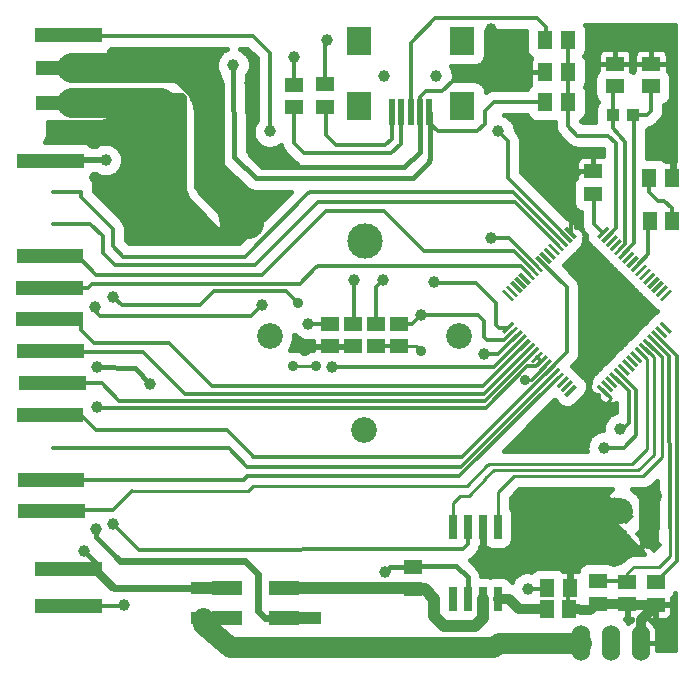
<source format=gbr>
G04 #@! TF.FileFunction,Copper,L1,Top,Signal*
%FSLAX46Y46*%
G04 Gerber Fmt 4.6, Leading zero omitted, Abs format (unit mm)*
G04 Created by KiCad (PCBNEW 4.0.6) date 05/07/17 20:41:04*
%MOMM*%
%LPD*%
G01*
G04 APERTURE LIST*
%ADD10C,0.100000*%
%ADD11R,1.500000X1.300000*%
%ADD12R,1.300000X1.500000*%
%ADD13R,2.000000X2.400000*%
%ADD14R,0.500000X2.308000*%
%ADD15O,1.524000X3.048000*%
%ADD16R,0.660400X2.032000*%
%ADD17C,1.100000*%
%ADD18R,0.635000X1.270000*%
%ADD19R,1.100000X1.000000*%
%ADD20R,2.006600X1.092200*%
%ADD21R,2.540000X1.143000*%
%ADD22C,1.006400*%
%ADD23C,2.184400*%
%ADD24C,3.000000*%
%ADD25C,0.906400*%
%ADD26C,0.304800*%
%ADD27C,0.270000*%
%ADD28C,0.280000*%
%ADD29C,0.406400*%
%ADD30C,1.000000*%
%ADD31C,0.812800*%
%ADD32C,0.609600*%
%ADD33C,0.250000*%
%ADD34C,0.500000*%
%ADD35C,2.540000*%
%ADD36C,1.676400*%
%ADD37C,2.184400*%
%ADD38C,0.320000*%
%ADD39C,1.778000*%
G04 APERTURE END LIST*
D10*
D11*
X260004500Y-125907700D03*
X260004500Y-127807700D03*
X262392100Y-125958500D03*
X262392100Y-127858500D03*
D12*
X253212500Y-126451300D03*
X255112500Y-126451300D03*
D13*
X246040300Y-85628300D03*
D14*
X243240300Y-86192300D03*
X242440300Y-86192300D03*
X241640300Y-86192300D03*
X240840300Y-86192300D03*
X240040300Y-86192300D03*
D13*
X246040300Y-80128300D03*
X237240300Y-85628300D03*
X237240300Y-80128300D03*
D15*
X256042100Y-131099500D03*
X258582100Y-131099500D03*
X261122100Y-131099500D03*
D12*
X253034700Y-80045500D03*
X254934700Y-80045500D03*
D11*
X241827100Y-124644700D03*
X241827100Y-126544700D03*
D12*
X253187100Y-128254700D03*
X255087100Y-128254700D03*
D11*
X257489900Y-127782300D03*
X257489900Y-125882300D03*
X234807700Y-104089100D03*
X234807700Y-105989100D03*
X231759700Y-85745300D03*
X231759700Y-83845300D03*
X234426700Y-85719900D03*
X234426700Y-83819900D03*
D16*
X249006300Y-121269700D03*
X249006300Y-127416500D03*
X247736300Y-121269700D03*
X246466300Y-121269700D03*
X247736300Y-127416500D03*
X246466300Y-127416500D03*
X245196300Y-121269700D03*
X245196300Y-127416500D03*
D10*
G36*
X249575143Y-104941688D02*
X249363011Y-104729556D01*
X250211539Y-103881028D01*
X250423671Y-104093160D01*
X249575143Y-104941688D01*
X249575143Y-104941688D01*
G37*
G36*
X249928696Y-105295242D02*
X249716564Y-105083110D01*
X250565092Y-104234582D01*
X250777224Y-104446714D01*
X249928696Y-105295242D01*
X249928696Y-105295242D01*
G37*
G36*
X250282250Y-105648795D02*
X250070118Y-105436663D01*
X250918646Y-104588135D01*
X251130778Y-104800267D01*
X250282250Y-105648795D01*
X250282250Y-105648795D01*
G37*
G36*
X250635803Y-106002348D02*
X250423671Y-105790216D01*
X251272199Y-104941688D01*
X251484331Y-105153820D01*
X250635803Y-106002348D01*
X250635803Y-106002348D01*
G37*
G36*
X250989356Y-106355902D02*
X250777224Y-106143770D01*
X251625752Y-105295242D01*
X251837884Y-105507374D01*
X250989356Y-106355902D01*
X250989356Y-106355902D01*
G37*
G36*
X251342910Y-106709455D02*
X251130778Y-106497323D01*
X251979306Y-105648795D01*
X252191438Y-105860927D01*
X251342910Y-106709455D01*
X251342910Y-106709455D01*
G37*
G36*
X251696463Y-107063009D02*
X251484331Y-106850877D01*
X252332859Y-106002349D01*
X252544991Y-106214481D01*
X251696463Y-107063009D01*
X251696463Y-107063009D01*
G37*
G36*
X252050017Y-107416562D02*
X251837885Y-107204430D01*
X252686413Y-106355902D01*
X252898545Y-106568034D01*
X252050017Y-107416562D01*
X252050017Y-107416562D01*
G37*
G36*
X252403570Y-107770115D02*
X252191438Y-107557983D01*
X253039966Y-106709455D01*
X253252098Y-106921587D01*
X252403570Y-107770115D01*
X252403570Y-107770115D01*
G37*
G36*
X252757123Y-108123669D02*
X252544991Y-107911537D01*
X253393519Y-107063009D01*
X253605651Y-107275141D01*
X252757123Y-108123669D01*
X252757123Y-108123669D01*
G37*
G36*
X253110677Y-108477222D02*
X252898545Y-108265090D01*
X253747073Y-107416562D01*
X253959205Y-107628694D01*
X253110677Y-108477222D01*
X253110677Y-108477222D01*
G37*
G36*
X253464230Y-108830776D02*
X253252098Y-108618644D01*
X254100626Y-107770116D01*
X254312758Y-107982248D01*
X253464230Y-108830776D01*
X253464230Y-108830776D01*
G37*
G36*
X253817784Y-109184329D02*
X253605652Y-108972197D01*
X254454180Y-108123669D01*
X254666312Y-108335801D01*
X253817784Y-109184329D01*
X253817784Y-109184329D01*
G37*
G36*
X254171337Y-109537882D02*
X253959205Y-109325750D01*
X254807733Y-108477222D01*
X255019865Y-108689354D01*
X254171337Y-109537882D01*
X254171337Y-109537882D01*
G37*
G36*
X254524890Y-109891436D02*
X254312758Y-109679304D01*
X255161286Y-108830776D01*
X255373418Y-109042908D01*
X254524890Y-109891436D01*
X254524890Y-109891436D01*
G37*
G36*
X254878444Y-110244989D02*
X254666312Y-110032857D01*
X255514840Y-109184329D01*
X255726972Y-109396461D01*
X254878444Y-110244989D01*
X254878444Y-110244989D01*
G37*
G36*
X258272556Y-110244989D02*
X257424028Y-109396461D01*
X257636160Y-109184329D01*
X258484688Y-110032857D01*
X258272556Y-110244989D01*
X258272556Y-110244989D01*
G37*
G36*
X258626110Y-109891436D02*
X257777582Y-109042908D01*
X257989714Y-108830776D01*
X258838242Y-109679304D01*
X258626110Y-109891436D01*
X258626110Y-109891436D01*
G37*
G36*
X258979663Y-109537882D02*
X258131135Y-108689354D01*
X258343267Y-108477222D01*
X259191795Y-109325750D01*
X258979663Y-109537882D01*
X258979663Y-109537882D01*
G37*
G36*
X259333216Y-109184329D02*
X258484688Y-108335801D01*
X258696820Y-108123669D01*
X259545348Y-108972197D01*
X259333216Y-109184329D01*
X259333216Y-109184329D01*
G37*
G36*
X259686770Y-108830776D02*
X258838242Y-107982248D01*
X259050374Y-107770116D01*
X259898902Y-108618644D01*
X259686770Y-108830776D01*
X259686770Y-108830776D01*
G37*
G36*
X260040323Y-108477222D02*
X259191795Y-107628694D01*
X259403927Y-107416562D01*
X260252455Y-108265090D01*
X260040323Y-108477222D01*
X260040323Y-108477222D01*
G37*
G36*
X260393877Y-108123669D02*
X259545349Y-107275141D01*
X259757481Y-107063009D01*
X260606009Y-107911537D01*
X260393877Y-108123669D01*
X260393877Y-108123669D01*
G37*
G36*
X260747430Y-107770115D02*
X259898902Y-106921587D01*
X260111034Y-106709455D01*
X260959562Y-107557983D01*
X260747430Y-107770115D01*
X260747430Y-107770115D01*
G37*
G36*
X261100983Y-107416562D02*
X260252455Y-106568034D01*
X260464587Y-106355902D01*
X261313115Y-107204430D01*
X261100983Y-107416562D01*
X261100983Y-107416562D01*
G37*
G36*
X261454537Y-107063009D02*
X260606009Y-106214481D01*
X260818141Y-106002349D01*
X261666669Y-106850877D01*
X261454537Y-107063009D01*
X261454537Y-107063009D01*
G37*
G36*
X261808090Y-106709455D02*
X260959562Y-105860927D01*
X261171694Y-105648795D01*
X262020222Y-106497323D01*
X261808090Y-106709455D01*
X261808090Y-106709455D01*
G37*
G36*
X262161644Y-106355902D02*
X261313116Y-105507374D01*
X261525248Y-105295242D01*
X262373776Y-106143770D01*
X262161644Y-106355902D01*
X262161644Y-106355902D01*
G37*
G36*
X262515197Y-106002348D02*
X261666669Y-105153820D01*
X261878801Y-104941688D01*
X262727329Y-105790216D01*
X262515197Y-106002348D01*
X262515197Y-106002348D01*
G37*
G36*
X262868750Y-105648795D02*
X262020222Y-104800267D01*
X262232354Y-104588135D01*
X263080882Y-105436663D01*
X262868750Y-105648795D01*
X262868750Y-105648795D01*
G37*
G36*
X263222304Y-105295242D02*
X262373776Y-104446714D01*
X262585908Y-104234582D01*
X263434436Y-105083110D01*
X263222304Y-105295242D01*
X263222304Y-105295242D01*
G37*
G36*
X263575857Y-104941688D02*
X262727329Y-104093160D01*
X262939461Y-103881028D01*
X263787989Y-104729556D01*
X263575857Y-104941688D01*
X263575857Y-104941688D01*
G37*
G36*
X262939461Y-102183972D02*
X262727329Y-101971840D01*
X263575857Y-101123312D01*
X263787989Y-101335444D01*
X262939461Y-102183972D01*
X262939461Y-102183972D01*
G37*
G36*
X262585908Y-101830418D02*
X262373776Y-101618286D01*
X263222304Y-100769758D01*
X263434436Y-100981890D01*
X262585908Y-101830418D01*
X262585908Y-101830418D01*
G37*
G36*
X262232354Y-101476865D02*
X262020222Y-101264733D01*
X262868750Y-100416205D01*
X263080882Y-100628337D01*
X262232354Y-101476865D01*
X262232354Y-101476865D01*
G37*
G36*
X261878801Y-101123312D02*
X261666669Y-100911180D01*
X262515197Y-100062652D01*
X262727329Y-100274784D01*
X261878801Y-101123312D01*
X261878801Y-101123312D01*
G37*
G36*
X261525248Y-100769758D02*
X261313116Y-100557626D01*
X262161644Y-99709098D01*
X262373776Y-99921230D01*
X261525248Y-100769758D01*
X261525248Y-100769758D01*
G37*
G36*
X261171694Y-100416205D02*
X260959562Y-100204073D01*
X261808090Y-99355545D01*
X262020222Y-99567677D01*
X261171694Y-100416205D01*
X261171694Y-100416205D01*
G37*
G36*
X260818141Y-100062651D02*
X260606009Y-99850519D01*
X261454537Y-99001991D01*
X261666669Y-99214123D01*
X260818141Y-100062651D01*
X260818141Y-100062651D01*
G37*
G36*
X260464587Y-99709098D02*
X260252455Y-99496966D01*
X261100983Y-98648438D01*
X261313115Y-98860570D01*
X260464587Y-99709098D01*
X260464587Y-99709098D01*
G37*
G36*
X260111034Y-99355545D02*
X259898902Y-99143413D01*
X260747430Y-98294885D01*
X260959562Y-98507017D01*
X260111034Y-99355545D01*
X260111034Y-99355545D01*
G37*
G36*
X259757481Y-99001991D02*
X259545349Y-98789859D01*
X260393877Y-97941331D01*
X260606009Y-98153463D01*
X259757481Y-99001991D01*
X259757481Y-99001991D01*
G37*
G36*
X259403927Y-98648438D02*
X259191795Y-98436306D01*
X260040323Y-97587778D01*
X260252455Y-97799910D01*
X259403927Y-98648438D01*
X259403927Y-98648438D01*
G37*
G36*
X259050374Y-98294884D02*
X258838242Y-98082752D01*
X259686770Y-97234224D01*
X259898902Y-97446356D01*
X259050374Y-98294884D01*
X259050374Y-98294884D01*
G37*
G36*
X258696820Y-97941331D02*
X258484688Y-97729199D01*
X259333216Y-96880671D01*
X259545348Y-97092803D01*
X258696820Y-97941331D01*
X258696820Y-97941331D01*
G37*
G36*
X258343267Y-97587778D02*
X258131135Y-97375646D01*
X258979663Y-96527118D01*
X259191795Y-96739250D01*
X258343267Y-97587778D01*
X258343267Y-97587778D01*
G37*
G36*
X257989714Y-97234224D02*
X257777582Y-97022092D01*
X258626110Y-96173564D01*
X258838242Y-96385696D01*
X257989714Y-97234224D01*
X257989714Y-97234224D01*
G37*
G36*
X257636160Y-96880671D02*
X257424028Y-96668539D01*
X258272556Y-95820011D01*
X258484688Y-96032143D01*
X257636160Y-96880671D01*
X257636160Y-96880671D01*
G37*
G36*
X255514840Y-96880671D02*
X254666312Y-96032143D01*
X254878444Y-95820011D01*
X255726972Y-96668539D01*
X255514840Y-96880671D01*
X255514840Y-96880671D01*
G37*
G36*
X255161286Y-97234224D02*
X254312758Y-96385696D01*
X254524890Y-96173564D01*
X255373418Y-97022092D01*
X255161286Y-97234224D01*
X255161286Y-97234224D01*
G37*
G36*
X254807733Y-97587778D02*
X253959205Y-96739250D01*
X254171337Y-96527118D01*
X255019865Y-97375646D01*
X254807733Y-97587778D01*
X254807733Y-97587778D01*
G37*
G36*
X254454180Y-97941331D02*
X253605652Y-97092803D01*
X253817784Y-96880671D01*
X254666312Y-97729199D01*
X254454180Y-97941331D01*
X254454180Y-97941331D01*
G37*
G36*
X254100626Y-98294884D02*
X253252098Y-97446356D01*
X253464230Y-97234224D01*
X254312758Y-98082752D01*
X254100626Y-98294884D01*
X254100626Y-98294884D01*
G37*
G36*
X253747073Y-98648438D02*
X252898545Y-97799910D01*
X253110677Y-97587778D01*
X253959205Y-98436306D01*
X253747073Y-98648438D01*
X253747073Y-98648438D01*
G37*
G36*
X253393519Y-99001991D02*
X252544991Y-98153463D01*
X252757123Y-97941331D01*
X253605651Y-98789859D01*
X253393519Y-99001991D01*
X253393519Y-99001991D01*
G37*
G36*
X253039966Y-99355545D02*
X252191438Y-98507017D01*
X252403570Y-98294885D01*
X253252098Y-99143413D01*
X253039966Y-99355545D01*
X253039966Y-99355545D01*
G37*
G36*
X252686413Y-99709098D02*
X251837885Y-98860570D01*
X252050017Y-98648438D01*
X252898545Y-99496966D01*
X252686413Y-99709098D01*
X252686413Y-99709098D01*
G37*
G36*
X252332859Y-100062651D02*
X251484331Y-99214123D01*
X251696463Y-99001991D01*
X252544991Y-99850519D01*
X252332859Y-100062651D01*
X252332859Y-100062651D01*
G37*
G36*
X251979306Y-100416205D02*
X251130778Y-99567677D01*
X251342910Y-99355545D01*
X252191438Y-100204073D01*
X251979306Y-100416205D01*
X251979306Y-100416205D01*
G37*
G36*
X251625752Y-100769758D02*
X250777224Y-99921230D01*
X250989356Y-99709098D01*
X251837884Y-100557626D01*
X251625752Y-100769758D01*
X251625752Y-100769758D01*
G37*
G36*
X251272199Y-101123312D02*
X250423671Y-100274784D01*
X250635803Y-100062652D01*
X251484331Y-100911180D01*
X251272199Y-101123312D01*
X251272199Y-101123312D01*
G37*
G36*
X250918646Y-101476865D02*
X250070118Y-100628337D01*
X250282250Y-100416205D01*
X251130778Y-101264733D01*
X250918646Y-101476865D01*
X250918646Y-101476865D01*
G37*
G36*
X250565092Y-101830418D02*
X249716564Y-100981890D01*
X249928696Y-100769758D01*
X250777224Y-101618286D01*
X250565092Y-101830418D01*
X250565092Y-101830418D01*
G37*
G36*
X250211539Y-102183972D02*
X249363011Y-101335444D01*
X249575143Y-101123312D01*
X250423671Y-101971840D01*
X250211539Y-102183972D01*
X250211539Y-102183972D01*
G37*
D17*
X211412500Y-90281700D03*
D18*
X211793500Y-90281700D03*
X212428500Y-90281700D03*
X211158500Y-90281700D03*
X210523500Y-90281700D03*
X209888500Y-90281700D03*
X213025400Y-90281700D03*
X213622300Y-90281700D03*
X209266200Y-90281700D03*
X208643900Y-90281700D03*
D17*
X213014500Y-82458500D03*
D18*
X213395500Y-82458500D03*
X214030500Y-82458500D03*
X212760500Y-82458500D03*
X212125500Y-82458500D03*
X211490500Y-82458500D03*
X214627400Y-82458500D03*
X215224300Y-82458500D03*
X210868200Y-82458500D03*
X210245900Y-82458500D03*
D17*
X211386100Y-103718300D03*
D18*
X211767100Y-103718300D03*
X212402100Y-103718300D03*
X211132100Y-103718300D03*
X210497100Y-103718300D03*
X209862100Y-103718300D03*
X212999000Y-103718300D03*
X213595900Y-103718300D03*
X209239800Y-103718300D03*
X208617500Y-103718300D03*
D17*
X211411500Y-106385300D03*
D18*
X211792500Y-106385300D03*
X212427500Y-106385300D03*
X211157500Y-106385300D03*
X210522500Y-106385300D03*
X209887500Y-106385300D03*
X213024400Y-106385300D03*
X213621300Y-106385300D03*
X209265200Y-106385300D03*
X208642900Y-106385300D03*
D17*
X211587500Y-109077700D03*
D18*
X211968500Y-109077700D03*
X212603500Y-109077700D03*
X211333500Y-109077700D03*
X210698500Y-109077700D03*
X210063500Y-109077700D03*
X213200400Y-109077700D03*
X213797300Y-109077700D03*
X209441200Y-109077700D03*
X208818900Y-109077700D03*
D17*
X211388900Y-98384300D03*
D18*
X211769900Y-98384300D03*
X212404900Y-98384300D03*
X211134900Y-98384300D03*
X210499900Y-98384300D03*
X209864900Y-98384300D03*
X213001800Y-98384300D03*
X213598700Y-98384300D03*
X209242600Y-98384300D03*
X208620300Y-98384300D03*
D17*
X213014500Y-85354100D03*
D18*
X213395500Y-85354100D03*
X214030500Y-85354100D03*
X212760500Y-85354100D03*
X212125500Y-85354100D03*
X211490500Y-85354100D03*
X214627400Y-85354100D03*
X215224300Y-85354100D03*
X210868200Y-85354100D03*
X210245900Y-85354100D03*
D17*
X212963700Y-127949900D03*
D18*
X213344700Y-127949900D03*
X213979700Y-127949900D03*
X212709700Y-127949900D03*
X212074700Y-127949900D03*
X211439700Y-127949900D03*
X214576600Y-127949900D03*
X215173500Y-127949900D03*
X210817400Y-127949900D03*
X210195100Y-127949900D03*
D17*
X212963700Y-124825700D03*
D18*
X213344700Y-124825700D03*
X213979700Y-124825700D03*
X212709700Y-124825700D03*
X212074700Y-124825700D03*
X211439700Y-124825700D03*
X214576600Y-124825700D03*
X215173500Y-124825700D03*
X210817400Y-124825700D03*
X210195100Y-124825700D03*
D12*
X261899300Y-95412500D03*
X263799300Y-95412500D03*
X263773900Y-91729500D03*
X261873900Y-91729500D03*
D19*
X258798900Y-86420900D03*
X260498900Y-86420900D03*
D11*
X262011100Y-83992700D03*
X262011100Y-82092700D03*
X258937700Y-83992700D03*
X258937700Y-82092700D03*
D17*
X212963700Y-79664500D03*
D18*
X213344700Y-79664500D03*
X213979700Y-79664500D03*
X212709700Y-79664500D03*
X212074700Y-79664500D03*
X211439700Y-79664500D03*
X214576600Y-79664500D03*
X215173500Y-79664500D03*
X210817400Y-79664500D03*
X210195100Y-79664500D03*
D17*
X211510300Y-119948900D03*
D18*
X211891300Y-119948900D03*
X212526300Y-119948900D03*
X211256300Y-119948900D03*
X210621300Y-119948900D03*
X209986300Y-119948900D03*
X213123200Y-119948900D03*
X213720100Y-119948900D03*
X209364000Y-119948900D03*
X208741700Y-119948900D03*
D17*
X211397900Y-111846300D03*
D18*
X211778900Y-111846300D03*
X212413900Y-111846300D03*
X211143900Y-111846300D03*
X210508900Y-111846300D03*
X209873900Y-111846300D03*
X213010800Y-111846300D03*
X213607700Y-111846300D03*
X209251600Y-111846300D03*
X208629300Y-111846300D03*
D11*
X257083500Y-93060500D03*
X257083500Y-91160500D03*
D12*
X253060100Y-85303300D03*
X254960100Y-85303300D03*
X254934700Y-82763300D03*
X253034700Y-82763300D03*
D20*
X233041700Y-128965900D03*
X224050100Y-128965900D03*
X224050100Y-126425900D03*
X233041700Y-126425900D03*
D21*
X230958900Y-126425900D03*
X230958900Y-128965900D03*
X226132900Y-126425900D03*
X226132900Y-128965900D03*
D11*
X236738100Y-104089100D03*
X236738100Y-105989100D03*
D17*
X211484900Y-117307300D03*
D18*
X211865900Y-117307300D03*
X212500900Y-117307300D03*
X211230900Y-117307300D03*
X210595900Y-117307300D03*
X209960900Y-117307300D03*
X213097800Y-117307300D03*
X213694700Y-117307300D03*
X209338600Y-117307300D03*
X208716300Y-117307300D03*
D17*
X211374300Y-101051300D03*
D18*
X211755300Y-101051300D03*
X212390300Y-101051300D03*
X211120300Y-101051300D03*
X210485300Y-101051300D03*
X209850300Y-101051300D03*
X212987200Y-101051300D03*
X213584100Y-101051300D03*
X209228000Y-101051300D03*
X208605700Y-101051300D03*
D11*
X238719300Y-105989100D03*
X238719300Y-104089100D03*
X240700500Y-105989100D03*
X240700500Y-104089100D03*
D10*
G36*
X262978908Y-122780601D02*
X262271801Y-123487708D01*
X260645456Y-121861363D01*
X261352563Y-121154256D01*
X262978908Y-122780601D01*
X262978908Y-122780601D01*
G37*
G36*
X260557067Y-120358760D02*
X259849960Y-121065867D01*
X258223615Y-119439522D01*
X258930722Y-118732415D01*
X260557067Y-120358760D01*
X260557067Y-120358760D01*
G37*
D22*
X243824700Y-83144300D03*
X239430500Y-83144300D03*
D23*
X245755100Y-105089900D03*
X229753100Y-105089900D03*
X237728700Y-113090900D03*
D24*
X237761100Y-97108900D03*
D22*
X231734300Y-81518700D03*
X258008100Y-114563900D03*
X234528300Y-80020100D03*
X259369500Y-112989300D03*
X239444100Y-125137900D03*
X217403100Y-127895900D03*
X215018100Y-121452900D03*
X215084100Y-111162900D03*
X213967100Y-123319900D03*
X215060100Y-107765900D03*
X219599100Y-109162900D03*
X243660100Y-100536900D03*
X229067100Y-102470900D03*
X214935100Y-102688900D03*
X251565100Y-126496900D03*
X232978900Y-104099300D03*
X234985500Y-107756900D03*
D25*
X242519100Y-106387900D03*
X231663100Y-107681900D03*
X233637100Y-107681900D03*
X232102100Y-102291900D03*
D22*
X216470100Y-101848900D03*
X215843100Y-90210900D03*
X216462100Y-121059900D03*
X226629100Y-82172900D03*
D25*
X251334100Y-108882900D03*
X255324100Y-111428900D03*
X232726100Y-105994900D03*
D22*
X227997100Y-95632900D03*
X228042100Y-83723900D03*
X224373600Y-83655400D03*
X248470100Y-79127900D03*
X261988100Y-79165900D03*
X262094100Y-118633900D03*
X248496100Y-96781900D03*
X254164100Y-93902900D03*
X223406100Y-95600900D03*
X257341100Y-119860900D03*
X249069100Y-87794900D03*
X229743100Y-87794900D03*
X236865100Y-100365500D03*
X242503900Y-103362700D03*
X247863300Y-106613900D03*
X239298700Y-100392100D03*
D26*
X231759700Y-85745300D02*
X231759700Y-88783100D01*
X231759700Y-88783100D02*
X232623300Y-89646700D01*
X232623300Y-89646700D02*
X240014700Y-89646700D01*
X240014700Y-89646700D02*
X240802100Y-88859300D01*
X240802100Y-88859300D02*
X240802100Y-86230500D01*
X240802100Y-86230500D02*
X240840300Y-86192300D01*
X240040300Y-86192300D02*
X240040300Y-88401900D01*
X240040300Y-88401900D02*
X239481300Y-88960900D01*
X239481300Y-88960900D02*
X235290300Y-88960900D01*
X235290300Y-88960900D02*
X234452100Y-88122700D01*
X234452100Y-88122700D02*
X234452100Y-85745300D01*
X234452100Y-85745300D02*
X234426700Y-85719900D01*
X254934700Y-82763300D02*
X254960100Y-85303300D01*
X258378900Y-88148100D02*
X259013900Y-88783100D01*
X259013900Y-88783100D02*
X259013900Y-95997906D01*
X259013900Y-95997906D02*
X258307909Y-96703897D01*
X254934700Y-80045500D02*
X254985500Y-83296700D01*
X254985500Y-83296700D02*
X254934700Y-82763300D01*
X258378900Y-88148100D02*
X255762700Y-88148100D01*
X255762700Y-88148100D02*
X254975300Y-87360700D01*
X254975300Y-87360700D02*
X254975300Y-85318500D01*
X254975300Y-85318500D02*
X254960100Y-85303300D01*
X231759700Y-83845300D02*
X231759700Y-81975900D01*
X231759700Y-81975900D02*
X231734300Y-81518700D01*
X260766500Y-113508900D02*
X260766500Y-109698378D01*
X260766500Y-109698378D02*
X259368569Y-108300447D01*
X258008100Y-114563900D02*
X259711500Y-114563900D01*
X259711500Y-114563900D02*
X260766500Y-113508900D01*
X260766500Y-113508900D02*
X260766500Y-113540500D01*
X260766500Y-113540500D02*
X260491100Y-113815900D01*
X234426700Y-83819900D02*
X234426700Y-80121700D01*
X234426700Y-80121700D02*
X234528300Y-80020100D01*
X260131500Y-109770484D02*
X259015016Y-108654000D01*
X259369500Y-112989300D02*
X259648900Y-112989300D01*
X259648900Y-112989300D02*
X260131500Y-112506700D01*
X260131500Y-112506700D02*
X260131500Y-109770484D01*
X261843444Y-105825572D02*
X261843444Y-105836644D01*
X261843444Y-105836644D02*
X262518400Y-106511600D01*
X262518400Y-106511600D02*
X262925500Y-106918700D01*
D27*
X249006300Y-121269700D02*
X249006300Y-118361700D01*
X249006300Y-118361700D02*
X250214100Y-117153900D01*
X250214100Y-117153900D02*
X250234100Y-117153900D01*
X250234100Y-117153900D02*
X250377100Y-117010900D01*
X250377100Y-117010900D02*
X261289100Y-117010900D01*
X261289100Y-117010900D02*
X262898100Y-115401900D01*
X262898100Y-115401900D02*
X262898100Y-106891300D01*
X262898100Y-106891300D02*
X262518400Y-106511600D01*
D26*
X261489891Y-106179128D02*
X261489891Y-106219691D01*
X261489891Y-106219691D02*
X261540691Y-106219691D01*
X261540691Y-106219691D02*
X262163500Y-106842500D01*
X245272500Y-121193500D02*
X245196300Y-121269700D01*
D28*
X245196300Y-121269700D02*
X245196300Y-119258700D01*
X245196300Y-119258700D02*
X245832100Y-118622900D01*
X245832100Y-118622900D02*
X246573100Y-118622900D01*
X246573100Y-118622900D02*
X248070100Y-117126900D01*
D27*
X248070100Y-117126900D02*
X247987100Y-117156900D01*
X247987100Y-117156900D02*
X248673100Y-116470900D01*
X248673100Y-116470900D02*
X260943100Y-116439900D01*
X260943100Y-116439900D02*
X262226100Y-115157900D01*
X262226100Y-115157900D02*
X262226100Y-106905100D01*
X262226100Y-106905100D02*
X262163500Y-106842500D01*
D29*
X247787100Y-127365700D02*
X247736300Y-127416500D01*
D30*
X233041700Y-126425900D02*
X241708300Y-126425900D01*
X241708300Y-126425900D02*
X241827100Y-126544700D01*
X241827100Y-126544700D02*
X242846900Y-126544700D01*
X242846900Y-126544700D02*
X243659100Y-127356900D01*
X243659100Y-127356900D02*
X243659100Y-128835900D01*
X243659100Y-128835900D02*
X244469100Y-129645900D01*
X244469100Y-129645900D02*
X247107100Y-129645900D01*
X247107100Y-129645900D02*
X247776100Y-128976900D01*
X247776100Y-128976900D02*
X247776100Y-127456300D01*
X247776100Y-127456300D02*
X247736300Y-127416500D01*
D29*
X241827100Y-124644700D02*
X239937300Y-124644700D01*
X239937300Y-124644700D02*
X239444100Y-125137900D01*
X246466300Y-127416500D02*
X246466300Y-125534100D01*
X246466300Y-125534100D02*
X245518100Y-124585900D01*
X245518100Y-124585900D02*
X241885900Y-124585900D01*
X241885900Y-124585900D02*
X241827100Y-124644700D01*
D26*
X212963700Y-127949900D02*
X217349100Y-127949900D01*
X217349100Y-127949900D02*
X217403100Y-127895900D01*
D31*
X253187100Y-128254700D02*
X250809700Y-128254700D01*
X250809700Y-128254700D02*
X249946100Y-127416500D01*
X249946100Y-127416500D02*
X249006300Y-127416500D01*
D26*
X252721766Y-107239787D02*
X252368213Y-106886234D01*
D29*
X233041700Y-128965900D02*
X231072100Y-128965900D01*
X217099100Y-124205900D02*
X216809100Y-123915900D01*
X216809100Y-123915900D02*
X215045100Y-122151900D01*
X215045100Y-122151900D02*
X215018100Y-121452900D01*
D26*
X248003100Y-111178900D02*
X215100100Y-111178900D01*
X215100100Y-111178900D02*
X215084100Y-111162900D01*
D32*
X231072100Y-128965900D02*
X229285100Y-128965900D01*
X229285100Y-128965900D02*
X228726100Y-128406900D01*
X228726100Y-128406900D02*
X228726100Y-125304900D01*
X228726100Y-125304900D02*
X227586100Y-124164900D01*
X227586100Y-124164900D02*
X217058100Y-124164900D01*
X217058100Y-124164900D02*
X216809100Y-123915900D01*
D26*
X248003100Y-111178900D02*
X251496100Y-107685900D01*
X251496100Y-107685900D02*
X252275653Y-107685900D01*
X252275653Y-107685900D02*
X252721766Y-107239787D01*
D29*
X224050100Y-126425900D02*
X216316100Y-126425900D01*
X216316100Y-126425900D02*
X214707100Y-124816900D01*
X214707100Y-124816900D02*
X212972500Y-124816900D01*
X212972500Y-124816900D02*
X212963700Y-124825700D01*
D32*
X224050100Y-126425900D02*
X216523100Y-126425900D01*
X216523100Y-126425900D02*
X214896100Y-124798900D01*
D29*
X214896100Y-124798900D02*
X214896100Y-124248900D01*
X214896100Y-124248900D02*
X213967100Y-123319900D01*
X215060100Y-107765900D02*
X218280100Y-107803900D01*
X218280100Y-107803900D02*
X219599100Y-109162900D01*
D31*
X259623500Y-125882300D02*
X260004500Y-125907700D01*
D26*
X262196997Y-105472019D02*
X262196997Y-105478997D01*
X262196997Y-105478997D02*
X263560500Y-106842500D01*
X263560500Y-106842500D02*
X263595100Y-121412900D01*
X259623500Y-125882300D02*
X257489900Y-125882300D01*
D33*
X260004500Y-125907700D02*
X260004500Y-125214500D01*
X260004500Y-125214500D02*
X260551100Y-124667900D01*
X260551100Y-124667900D02*
X262704100Y-124667900D01*
X262704100Y-124667900D02*
X263609100Y-123762900D01*
X263609100Y-123762900D02*
X263609100Y-121426900D01*
X263609100Y-121426900D02*
X263595100Y-121412900D01*
D26*
X262550550Y-105118466D02*
X262550550Y-105121350D01*
X262550550Y-105121350D02*
X264220900Y-106791700D01*
X264220900Y-106791700D02*
X264220900Y-124155100D01*
X264220900Y-124155100D02*
X262392100Y-125958500D01*
X249893341Y-104411359D02*
X249114559Y-104411359D01*
X249114559Y-104411359D02*
X248910100Y-104206900D01*
X248910100Y-104206900D02*
X248910100Y-102286900D01*
X248910100Y-102286900D02*
X247215100Y-100591900D01*
X247215100Y-100591900D02*
X243715100Y-100591900D01*
X243715100Y-100591900D02*
X243660100Y-100536900D01*
X251565100Y-126496900D02*
X253166900Y-126496900D01*
X253166900Y-126496900D02*
X253212500Y-126451300D01*
X228132100Y-103405900D02*
X229067100Y-102470900D01*
X214935100Y-102688900D02*
X214935100Y-102972900D01*
X214935100Y-102972900D02*
X215368100Y-103405900D01*
X215368100Y-103405900D02*
X228132100Y-103405900D01*
X234807700Y-104089100D02*
X233116100Y-104089100D01*
X233116100Y-104089100D02*
X232978900Y-104099300D01*
X234985500Y-107756900D02*
X248669119Y-107756900D01*
X248669119Y-107756900D02*
X250954000Y-105472019D01*
X253070300Y-85313500D02*
X253060100Y-85303300D01*
X238719300Y-105989100D02*
X240700500Y-105989100D01*
D34*
X215843100Y-90210900D02*
X214097231Y-90224969D01*
X214097231Y-90224969D02*
X211247300Y-90270900D01*
X211247300Y-90270900D02*
X211412500Y-90281700D01*
D27*
X240700500Y-105989100D02*
X242120300Y-105989100D01*
X242120300Y-105989100D02*
X242519100Y-106387900D01*
X231663100Y-107681900D02*
X233637100Y-107681900D01*
D26*
X215843100Y-90210900D02*
X214111300Y-90210900D01*
X214111300Y-90210900D02*
X214097231Y-90224969D01*
X246466300Y-121269700D02*
X246466300Y-122763700D01*
X246466300Y-122763700D02*
X246043100Y-123186900D01*
X246043100Y-123186900D02*
X218641100Y-123203900D01*
X218641100Y-123203900D02*
X216462100Y-121059900D01*
D29*
X253094100Y-85337300D02*
X253060100Y-85303300D01*
D26*
X216470100Y-101848900D02*
X216444100Y-101790900D01*
X231127100Y-101316900D02*
X232102100Y-102291900D01*
X216444100Y-101790900D02*
X216475100Y-101790900D01*
X216475100Y-101790900D02*
X217172100Y-102487900D01*
X217172100Y-102487900D02*
X223847100Y-102487900D01*
X223847100Y-102487900D02*
X225018100Y-101316900D01*
X225018100Y-101316900D02*
X231127100Y-101316900D01*
D29*
X232553100Y-91708900D02*
X241846100Y-91708900D01*
X241846100Y-91708900D02*
X243170100Y-90384900D01*
X243170100Y-90384900D02*
X243170100Y-90248900D01*
X243170100Y-90248900D02*
X243307100Y-90111900D01*
X243307100Y-90111900D02*
X243307100Y-87145900D01*
X243307100Y-87145900D02*
X243307100Y-86259100D01*
X243307100Y-86259100D02*
X243240300Y-86192300D01*
X226629100Y-82172900D02*
X226675100Y-89976900D01*
X226675100Y-89976900D02*
X228543100Y-91753900D01*
X228543100Y-91753900D02*
X232508100Y-91753900D01*
X232508100Y-91753900D02*
X232553100Y-91708900D01*
D26*
X253060100Y-85303300D02*
X248701700Y-85303300D01*
X248701700Y-85303300D02*
X247909100Y-86095900D01*
X247909100Y-86095900D02*
X247909100Y-87146900D01*
X247909100Y-87146900D02*
X247271100Y-87784900D01*
X247271100Y-87784900D02*
X243946100Y-87784900D01*
X243946100Y-87784900D02*
X243307100Y-87145900D01*
X257489900Y-127858500D02*
X257489900Y-127782300D01*
X255087100Y-128254700D02*
X255010900Y-126730700D01*
X255010900Y-126730700D02*
X255112500Y-126451300D01*
X257954356Y-109714659D02*
X257949059Y-109714659D01*
X253075319Y-107593341D02*
X253081459Y-107593341D01*
D31*
X262392100Y-127858500D02*
X260182300Y-127858500D01*
D26*
X260182300Y-127858500D02*
X260004500Y-127807700D01*
D31*
X260004500Y-127807700D02*
X258251900Y-127807700D01*
D26*
X258251900Y-127807700D02*
X257489900Y-127782300D01*
D31*
X255087100Y-128254700D02*
X256839700Y-128280100D01*
X256839700Y-128280100D02*
X257489900Y-127782300D01*
D26*
X234807700Y-105989100D02*
X236738100Y-105989100D01*
X258937700Y-82092700D02*
X262011100Y-82092700D01*
X262011100Y-82092700D02*
X263499500Y-82092700D01*
X263499500Y-82092700D02*
X264043100Y-82636300D01*
X264043100Y-82636300D02*
X264043100Y-91460300D01*
X264043100Y-91460300D02*
X263773900Y-91729500D01*
D31*
X261122100Y-131099500D02*
X261122100Y-129128500D01*
X261122100Y-129128500D02*
X262392100Y-127858500D01*
D28*
X255196641Y-96350344D02*
X255196641Y-92028359D01*
X255196641Y-92028359D02*
X256036100Y-91188900D01*
X256036100Y-91188900D02*
X257055100Y-91188900D01*
X257055100Y-91188900D02*
X257083500Y-91160500D01*
D33*
X253081459Y-107593341D02*
X253070659Y-107593341D01*
X253070659Y-107593341D02*
X251802100Y-108861900D01*
X251802100Y-108861900D02*
X251355100Y-108861900D01*
X251355100Y-108861900D02*
X251334100Y-108882900D01*
X255324100Y-111428900D02*
X257583100Y-111428900D01*
X257583100Y-111428900D02*
X258622100Y-110389900D01*
X258622100Y-110389900D02*
X258622100Y-110382403D01*
X258622100Y-110382403D02*
X257954356Y-109714659D01*
D27*
X236738100Y-105989100D02*
X233053900Y-105989100D01*
X233053900Y-105989100D02*
X232726100Y-105994900D01*
D35*
X213014500Y-82458500D02*
X223176700Y-82458500D01*
X223176700Y-82458500D02*
X224373600Y-83655400D01*
X224373600Y-83655400D02*
X224670100Y-83951900D01*
X224670100Y-83951900D02*
X224670100Y-84772900D01*
X224670100Y-84772900D02*
X224670100Y-92305900D01*
X224670100Y-92305900D02*
X227997100Y-95632900D01*
D29*
X242440300Y-86192300D02*
X242440300Y-89520700D01*
X242440300Y-89520700D02*
X241119100Y-90841900D01*
X241119100Y-90841900D02*
X229092100Y-90841900D01*
X229092100Y-90841900D02*
X228042100Y-89791900D01*
X228042100Y-89791900D02*
X228042100Y-83723900D01*
X224373600Y-83655400D02*
X224373600Y-84476400D01*
X224373600Y-84476400D02*
X224670100Y-84772900D01*
D26*
X245221100Y-83495900D02*
X244309100Y-84407900D01*
X244309100Y-84407900D02*
X242943100Y-84407900D01*
X242943100Y-84407900D02*
X242441100Y-84909900D01*
X242441100Y-84909900D02*
X242441100Y-86191500D01*
X242441100Y-86191500D02*
X242440300Y-86192300D01*
X248432100Y-79203900D02*
X248470100Y-79127900D01*
X261988100Y-79165900D02*
X261988100Y-82069700D01*
X261988100Y-82069700D02*
X262011100Y-82092700D01*
X253034700Y-82763300D02*
X249308100Y-82763300D01*
X248432100Y-79203900D02*
X248432100Y-81887300D01*
X248432100Y-81887300D02*
X248854900Y-82310100D01*
X248854900Y-82310100D02*
X249308100Y-82763300D01*
X245221100Y-83495900D02*
X247669100Y-83495900D01*
X247669100Y-83495900D02*
X248854900Y-82310100D01*
D36*
X261812181Y-122320984D02*
X261812181Y-118915819D01*
X261812181Y-118915819D02*
X262094100Y-118633900D01*
D32*
X247736300Y-121269700D02*
X247736300Y-123323100D01*
X247736300Y-123323100D02*
X248208100Y-123794900D01*
X248208100Y-123794900D02*
X253933100Y-123794900D01*
X253933100Y-123794900D02*
X255136100Y-124997900D01*
X255136100Y-124997900D02*
X255136100Y-126427700D01*
X255136100Y-126427700D02*
X255112500Y-126451300D01*
D26*
X252368213Y-99178769D02*
X252364969Y-99178769D01*
X252364969Y-99178769D02*
X249968100Y-96781900D01*
X249968100Y-96781900D02*
X248496100Y-96781900D01*
X255196641Y-96350344D02*
X255196641Y-94935441D01*
X255196641Y-94935441D02*
X254164100Y-93902900D01*
X247806225Y-109326900D02*
X251307553Y-105825572D01*
X213425100Y-103727900D02*
X213200100Y-103727900D01*
X213200100Y-103727900D02*
X211395700Y-103727900D01*
X211395700Y-103727900D02*
X211386100Y-103718300D01*
X214865100Y-105748900D02*
X213749100Y-104632900D01*
X213749100Y-104632900D02*
X213749100Y-104276900D01*
X213749100Y-104276900D02*
X213200100Y-103727900D01*
X247806225Y-109326900D02*
X224799100Y-109326900D01*
X224799100Y-109326900D02*
X221221100Y-105748900D01*
X221221100Y-105748900D02*
X214865100Y-105748900D01*
X247849334Y-109990900D02*
X251661106Y-106179128D01*
X212962100Y-106409900D02*
X211436100Y-106409900D01*
X211436100Y-106409900D02*
X211411500Y-106385300D01*
X247849334Y-109990900D02*
X222552100Y-109990900D01*
X222552100Y-109990900D02*
X219007100Y-106445900D01*
X219007100Y-106445900D02*
X212998100Y-106445900D01*
X212998100Y-106445900D02*
X212962100Y-106409900D01*
X247954441Y-110592900D02*
X252014659Y-106532681D01*
X216964100Y-110592900D02*
X247954441Y-110592900D01*
X216964100Y-110592900D02*
X215508100Y-109136900D01*
X215508100Y-109136900D02*
X211646700Y-109136900D01*
X211646700Y-109136900D02*
X211587500Y-109077700D01*
D35*
X213014500Y-85354100D02*
X220510300Y-85354100D01*
X220510300Y-85354100D02*
X221207100Y-86050900D01*
X221207100Y-86050900D02*
X221207100Y-93401900D01*
X221207100Y-93401900D02*
X223406100Y-95600900D01*
D37*
X259390341Y-119899144D02*
X257379344Y-119899144D01*
X257379344Y-119899144D02*
X257341100Y-119860900D01*
D26*
X241640300Y-86192300D02*
X241640300Y-80312700D01*
X241640300Y-80312700D02*
X243747100Y-78205900D01*
X243747100Y-78205900D02*
X252352100Y-78205900D01*
X252352100Y-78205900D02*
X253080100Y-78933900D01*
X253080100Y-78933900D02*
X253080100Y-80000100D01*
X253080100Y-80000100D02*
X253034700Y-80045500D01*
X261873900Y-91729500D02*
X261873900Y-92913100D01*
X261873900Y-92913100D02*
X262620700Y-93659900D01*
X262620700Y-93659900D02*
X263128700Y-93659900D01*
X263128700Y-93659900D02*
X263763700Y-94294900D01*
X263763700Y-94294900D02*
X263763700Y-95376900D01*
X263763700Y-95376900D02*
X263799300Y-95412500D01*
X260782784Y-99178769D02*
X260784831Y-99178769D01*
X260784831Y-99178769D02*
X261757100Y-98206500D01*
X261757100Y-98206500D02*
X261757100Y-95554700D01*
X261757100Y-95554700D02*
X261899300Y-95412500D01*
X259368569Y-97764556D02*
X259379644Y-97764556D01*
X259379644Y-97764556D02*
X259826500Y-97317700D01*
X259826500Y-97317700D02*
X259826500Y-88656300D01*
X259826500Y-88656300D02*
X258810700Y-87538500D01*
X258810700Y-87538500D02*
X258810700Y-86432700D01*
X258810700Y-86432700D02*
X258798900Y-86420900D01*
X258798900Y-86420900D02*
X258798900Y-84131500D01*
X258798900Y-84131500D02*
X258937700Y-83992700D01*
X259722125Y-98118109D02*
X259737291Y-98118109D01*
X259737291Y-98118109D02*
X260563100Y-97242300D01*
X260563100Y-97242300D02*
X260563100Y-86559700D01*
X260563100Y-86559700D02*
X260498900Y-86420900D01*
X260498900Y-86420900D02*
X261655500Y-86420900D01*
X261655500Y-86420900D02*
X262011100Y-86065300D01*
X262011100Y-86065300D02*
X262011100Y-83992700D01*
X213039900Y-79740700D02*
X212963700Y-79664500D01*
X254843088Y-96703897D02*
X254843088Y-96688887D01*
X254843088Y-96688887D02*
X252714100Y-94559900D01*
X252714100Y-94559900D02*
X252714100Y-94557900D01*
X252714100Y-94557900D02*
X249866100Y-91709900D01*
X249866100Y-91709900D02*
X249866100Y-88591900D01*
X249866100Y-88591900D02*
X249069100Y-87794900D01*
X229743100Y-87794900D02*
X229743100Y-81140900D01*
X229743100Y-81140900D02*
X228300100Y-79697900D01*
X228300100Y-79697900D02*
X212997100Y-79697900D01*
X212997100Y-79697900D02*
X212963700Y-79664500D01*
X228279900Y-115376900D02*
X228361100Y-115376900D01*
X228361100Y-115376900D02*
X245998866Y-115376900D01*
X245998866Y-115376900D02*
X253428872Y-107946894D01*
X253428872Y-107946894D02*
X253428872Y-107931728D01*
X253428872Y-107931728D02*
X253479672Y-107931728D01*
X253479672Y-107931728D02*
X254899100Y-106512300D01*
X254899100Y-106512300D02*
X254899100Y-101002550D01*
X254899100Y-101002550D02*
X252721766Y-98825216D01*
X211397900Y-111846300D02*
X213748500Y-111846300D01*
X213748500Y-111846300D02*
X215010100Y-113107900D01*
X215010100Y-113107900D02*
X226092100Y-113107900D01*
X226092100Y-113107900D02*
X228361100Y-115376900D01*
X261136338Y-106532681D02*
X261142481Y-106532681D01*
X261142481Y-106532681D02*
X261579300Y-106969500D01*
X211236500Y-119872700D02*
X211510300Y-119948900D01*
X211236500Y-119872700D02*
X216443500Y-119872700D01*
X216443500Y-119872700D02*
X218094500Y-118221700D01*
D28*
X218094500Y-118221700D02*
X227911300Y-118221700D01*
X227911300Y-118221700D02*
X228319100Y-117813900D01*
X228319100Y-117813900D02*
X246226100Y-117813900D01*
D27*
X246226100Y-117813900D02*
X246398100Y-117813900D01*
X246398100Y-117813900D02*
X248158100Y-116053900D01*
X248158100Y-116053900D02*
X248197100Y-116053900D01*
X248197100Y-116053900D02*
X248320100Y-115930900D01*
X248320100Y-115930900D02*
X260413100Y-115930900D01*
X260413100Y-115930900D02*
X261635100Y-114708900D01*
X261635100Y-114708900D02*
X261635100Y-107025300D01*
X261635100Y-107025300D02*
X261579300Y-106969500D01*
D26*
X257954356Y-96350344D02*
X257843544Y-96350344D01*
X257843544Y-96350344D02*
X257159700Y-95666500D01*
X257159700Y-95666500D02*
X257159700Y-93136700D01*
X257159700Y-93136700D02*
X257083500Y-93060500D01*
X236865100Y-100365500D02*
X236865100Y-104038300D01*
X236865100Y-104038300D02*
X236738100Y-104089100D01*
X250246894Y-104789106D02*
X249539700Y-105496300D01*
X249539700Y-105496300D02*
X248117300Y-105496300D01*
X248117300Y-105496300D02*
X247837900Y-105216900D01*
X247837900Y-105216900D02*
X247837900Y-103845300D01*
X247837900Y-103845300D02*
X247355300Y-103362700D01*
X247355300Y-103362700D02*
X242503900Y-103362700D01*
X250246894Y-104789106D02*
X250246894Y-104764912D01*
X240700500Y-104089100D02*
X241777500Y-104089100D01*
X241777500Y-104089100D02*
X242503900Y-103362700D01*
X250600447Y-105118466D02*
X250552534Y-105118466D01*
X250552534Y-105118466D02*
X249082500Y-106613900D01*
X249082500Y-106613900D02*
X247863300Y-106613900D01*
X238719300Y-104089100D02*
X238740300Y-100991500D01*
X238740300Y-100991500D02*
X239298700Y-100392100D01*
X211361700Y-114614900D02*
X226247900Y-114614900D01*
X226247900Y-114614900D02*
X227822700Y-116189700D01*
X227822700Y-116189700D02*
X245893175Y-116189700D01*
X245893175Y-116189700D02*
X253782428Y-108300447D01*
X211484900Y-117307300D02*
X227517900Y-117307300D01*
X227517900Y-117307300D02*
X227822700Y-117002500D01*
X227822700Y-117002500D02*
X245787481Y-117002500D01*
X245787481Y-117002500D02*
X254135981Y-108654000D01*
D38*
X233592700Y-99400300D02*
X233791100Y-99201900D01*
X233791100Y-99201900D02*
X250977131Y-99201900D01*
X250977131Y-99201900D02*
X251661106Y-99885875D01*
D26*
X211374300Y-101051300D02*
X214335700Y-101051300D01*
X214335700Y-101051300D02*
X214707100Y-100679900D01*
X214707100Y-100679900D02*
X232313100Y-100679900D01*
X232313100Y-100679900D02*
X233592700Y-99400300D01*
D38*
X230636700Y-98384300D02*
X231473600Y-97547400D01*
X231473600Y-97547400D02*
X234466100Y-94554900D01*
X234466100Y-94554900D02*
X239403100Y-94554900D01*
X239403100Y-94554900D02*
X242743100Y-97894900D01*
X242743100Y-97894900D02*
X250377238Y-97894900D01*
X250377238Y-97894900D02*
X252014659Y-99532322D01*
D26*
X211388900Y-98384300D02*
X213475500Y-98384300D01*
X213475500Y-98384300D02*
X215049100Y-99957900D01*
X215049100Y-99957900D02*
X229063100Y-99957900D01*
X229063100Y-99957900D02*
X231473600Y-97547400D01*
X250357984Y-92925900D02*
X254489534Y-97057450D01*
X211338100Y-92948700D02*
X213700900Y-92948700D01*
X227610100Y-98399900D02*
X232970100Y-93039900D01*
X232970100Y-93039900D02*
X233008100Y-93039900D01*
X233008100Y-93039900D02*
X233122100Y-92925900D01*
X233122100Y-92925900D02*
X250357984Y-92925900D01*
X213700900Y-92948700D02*
X213700900Y-93328700D01*
X213700900Y-93328700D02*
X216415100Y-96042900D01*
X216415100Y-96042900D02*
X216415100Y-97487900D01*
X216415100Y-97487900D02*
X217327100Y-98399900D01*
X217327100Y-98399900D02*
X227610100Y-98399900D01*
D38*
X233833100Y-93751900D02*
X250476878Y-93751900D01*
D26*
X250476878Y-93751900D02*
X254135981Y-97411003D01*
X211338100Y-95641100D02*
X214532300Y-95641100D01*
X228463100Y-99121900D02*
X233833100Y-93751900D01*
X214532300Y-95641100D02*
X215580100Y-96688900D01*
X215580100Y-96688900D02*
X215580100Y-98058900D01*
X215580100Y-98058900D02*
X216643100Y-99121900D01*
X216643100Y-99121900D02*
X228463100Y-99121900D01*
D39*
X256042100Y-131099500D02*
X249142500Y-131099500D01*
X249142500Y-131099500D02*
X248588100Y-131471900D01*
X248588100Y-131471900D02*
X231928100Y-131471900D01*
X224050100Y-128965900D02*
X224050100Y-129536900D01*
X224050100Y-129536900D02*
X226342100Y-131462900D01*
X226342100Y-131462900D02*
X231753100Y-131462900D01*
X231753100Y-131462900D02*
X231928100Y-131471900D01*
D29*
G36*
X258607100Y-131074500D02*
X258627100Y-131074500D01*
X258627100Y-131124500D01*
X258607100Y-131124500D01*
X258607100Y-131144500D01*
X258557100Y-131144500D01*
X258557100Y-131124500D01*
X258537100Y-131124500D01*
X258537100Y-131074500D01*
X258557100Y-131074500D01*
X258557100Y-131054500D01*
X258607100Y-131054500D01*
X258607100Y-131074500D01*
X258607100Y-131074500D01*
G37*
X258607100Y-131074500D02*
X258627100Y-131074500D01*
X258627100Y-131124500D01*
X258607100Y-131124500D01*
X258607100Y-131144500D01*
X258557100Y-131144500D01*
X258557100Y-131124500D01*
X258537100Y-131124500D01*
X258537100Y-131074500D01*
X258557100Y-131074500D01*
X258557100Y-131054500D01*
X258607100Y-131054500D01*
X258607100Y-131074500D01*
G36*
X258618284Y-118147885D02*
X258510251Y-118220070D01*
X258245040Y-118485281D01*
X258245040Y-118718485D01*
X259390341Y-119863786D01*
X259404483Y-119849643D01*
X259439839Y-119884999D01*
X259425696Y-119899141D01*
X259439839Y-119913284D01*
X259404484Y-119948639D01*
X259390341Y-119934496D01*
X258704660Y-120620178D01*
X258704660Y-120853382D01*
X259429490Y-121578212D01*
X259537522Y-121650397D01*
X259657562Y-121700119D01*
X259696701Y-121707904D01*
X259677425Y-121801667D01*
X259699119Y-122073718D01*
X259795746Y-122328953D01*
X259959654Y-122547165D01*
X260038709Y-122626220D01*
X260043126Y-122671266D01*
X260144855Y-123008206D01*
X260310091Y-123318970D01*
X260523327Y-123580423D01*
X260450878Y-123587527D01*
X260350556Y-123596304D01*
X260345050Y-123597904D01*
X260339346Y-123598463D01*
X260242945Y-123627568D01*
X260146235Y-123655665D01*
X260141146Y-123658303D01*
X260135657Y-123659960D01*
X260046754Y-123707231D01*
X259957334Y-123753581D01*
X259952852Y-123757159D01*
X259947793Y-123759849D01*
X259869775Y-123823479D01*
X259791051Y-123886324D01*
X259783070Y-123894194D01*
X259782908Y-123894326D01*
X259782784Y-123894476D01*
X259780212Y-123897012D01*
X259389394Y-124287830D01*
X259254500Y-124287830D01*
X259100795Y-124300087D01*
X258840096Y-124380821D01*
X258773026Y-124425017D01*
X258758904Y-124412981D01*
X258510099Y-124300828D01*
X258239900Y-124262430D01*
X256739900Y-124262430D01*
X256586195Y-124274687D01*
X256325496Y-124355421D01*
X256251869Y-124403938D01*
X256201211Y-124306209D01*
X256197047Y-124300993D01*
X256193910Y-124295093D01*
X256119725Y-124204133D01*
X256046576Y-124112501D01*
X256037408Y-124103203D01*
X256037255Y-124103015D01*
X256037081Y-124102871D01*
X256034126Y-124099874D01*
X254831126Y-122896874D01*
X254740418Y-122822366D01*
X254650608Y-122747006D01*
X254644758Y-122743790D01*
X254639595Y-122739549D01*
X254536217Y-122684119D01*
X254433406Y-122627598D01*
X254427036Y-122625577D01*
X254421155Y-122622424D01*
X254309012Y-122588138D01*
X254197148Y-122552653D01*
X254190512Y-122551909D01*
X254184125Y-122549956D01*
X254067410Y-122538100D01*
X253950832Y-122525024D01*
X253937777Y-122524933D01*
X253937534Y-122524908D01*
X253937307Y-122524929D01*
X253933100Y-122524900D01*
X250272377Y-122524900D01*
X250306370Y-122285700D01*
X250306370Y-120253700D01*
X250294113Y-120099995D01*
X250213379Y-119839296D01*
X250106500Y-119677101D01*
X250106500Y-119504486D01*
X257564014Y-119504486D01*
X257589363Y-119631920D01*
X257639085Y-119751960D01*
X257711270Y-119859992D01*
X258436100Y-120584822D01*
X258669304Y-120584822D01*
X259354986Y-119899141D01*
X258209685Y-118753840D01*
X257976481Y-118753840D01*
X257711270Y-119019051D01*
X257639085Y-119127084D01*
X257589363Y-119247123D01*
X257564015Y-119374556D01*
X257564014Y-119504486D01*
X250106500Y-119504486D01*
X250106500Y-118817418D01*
X250812818Y-118111100D01*
X258707090Y-118111100D01*
X258618284Y-118147885D01*
X258618284Y-118147885D01*
G37*
X258618284Y-118147885D02*
X258510251Y-118220070D01*
X258245040Y-118485281D01*
X258245040Y-118718485D01*
X259390341Y-119863786D01*
X259404483Y-119849643D01*
X259439839Y-119884999D01*
X259425696Y-119899141D01*
X259439839Y-119913284D01*
X259404484Y-119948639D01*
X259390341Y-119934496D01*
X258704660Y-120620178D01*
X258704660Y-120853382D01*
X259429490Y-121578212D01*
X259537522Y-121650397D01*
X259657562Y-121700119D01*
X259696701Y-121707904D01*
X259677425Y-121801667D01*
X259699119Y-122073718D01*
X259795746Y-122328953D01*
X259959654Y-122547165D01*
X260038709Y-122626220D01*
X260043126Y-122671266D01*
X260144855Y-123008206D01*
X260310091Y-123318970D01*
X260523327Y-123580423D01*
X260450878Y-123587527D01*
X260350556Y-123596304D01*
X260345050Y-123597904D01*
X260339346Y-123598463D01*
X260242945Y-123627568D01*
X260146235Y-123655665D01*
X260141146Y-123658303D01*
X260135657Y-123659960D01*
X260046754Y-123707231D01*
X259957334Y-123753581D01*
X259952852Y-123757159D01*
X259947793Y-123759849D01*
X259869775Y-123823479D01*
X259791051Y-123886324D01*
X259783070Y-123894194D01*
X259782908Y-123894326D01*
X259782784Y-123894476D01*
X259780212Y-123897012D01*
X259389394Y-124287830D01*
X259254500Y-124287830D01*
X259100795Y-124300087D01*
X258840096Y-124380821D01*
X258773026Y-124425017D01*
X258758904Y-124412981D01*
X258510099Y-124300828D01*
X258239900Y-124262430D01*
X256739900Y-124262430D01*
X256586195Y-124274687D01*
X256325496Y-124355421D01*
X256251869Y-124403938D01*
X256201211Y-124306209D01*
X256197047Y-124300993D01*
X256193910Y-124295093D01*
X256119725Y-124204133D01*
X256046576Y-124112501D01*
X256037408Y-124103203D01*
X256037255Y-124103015D01*
X256037081Y-124102871D01*
X256034126Y-124099874D01*
X254831126Y-122896874D01*
X254740418Y-122822366D01*
X254650608Y-122747006D01*
X254644758Y-122743790D01*
X254639595Y-122739549D01*
X254536217Y-122684119D01*
X254433406Y-122627598D01*
X254427036Y-122625577D01*
X254421155Y-122622424D01*
X254309012Y-122588138D01*
X254197148Y-122552653D01*
X254190512Y-122551909D01*
X254184125Y-122549956D01*
X254067410Y-122538100D01*
X253950832Y-122525024D01*
X253937777Y-122524933D01*
X253937534Y-122524908D01*
X253937307Y-122524929D01*
X253933100Y-122524900D01*
X250272377Y-122524900D01*
X250306370Y-122285700D01*
X250306370Y-120253700D01*
X250294113Y-120099995D01*
X250213379Y-119839296D01*
X250106500Y-119677101D01*
X250106500Y-119504486D01*
X257564014Y-119504486D01*
X257589363Y-119631920D01*
X257639085Y-119751960D01*
X257711270Y-119859992D01*
X258436100Y-120584822D01*
X258669304Y-120584822D01*
X259354986Y-119899141D01*
X258209685Y-118753840D01*
X257976481Y-118753840D01*
X257711270Y-119019051D01*
X257639085Y-119127084D01*
X257589363Y-119247123D01*
X257564015Y-119374556D01*
X257564014Y-119504486D01*
X250106500Y-119504486D01*
X250106500Y-118817418D01*
X250812818Y-118111100D01*
X258707090Y-118111100D01*
X258618284Y-118147885D01*
G36*
X222434900Y-84877750D02*
X222434900Y-92305900D01*
X222455051Y-92511414D01*
X222473043Y-92717068D01*
X222476322Y-92728354D01*
X222477469Y-92740053D01*
X222537156Y-92937745D01*
X222594749Y-93135981D01*
X222600157Y-93146414D01*
X222603555Y-93157669D01*
X222700489Y-93339976D01*
X222795503Y-93523278D01*
X222802837Y-93532465D01*
X222808354Y-93542841D01*
X222938845Y-93702838D01*
X223067662Y-93864204D01*
X223083792Y-93880560D01*
X223084067Y-93880898D01*
X223084380Y-93881157D01*
X223089575Y-93886425D01*
X226416575Y-97213425D01*
X226500425Y-97282300D01*
X217790025Y-97282300D01*
X217532700Y-97024974D01*
X217532700Y-96042900D01*
X217522627Y-95940171D01*
X217513628Y-95837315D01*
X217511988Y-95831671D01*
X217511415Y-95825824D01*
X217481573Y-95726982D01*
X217452775Y-95627858D01*
X217450072Y-95622643D01*
X217448373Y-95617016D01*
X217399900Y-95525852D01*
X217352398Y-95434211D01*
X217348732Y-95429618D01*
X217345973Y-95424430D01*
X217280737Y-95344443D01*
X217216319Y-95263748D01*
X217208251Y-95255567D01*
X217208116Y-95255401D01*
X217207962Y-95255274D01*
X217205362Y-95252637D01*
X214835270Y-92882544D01*
X214835270Y-92313700D01*
X214823013Y-92159995D01*
X214742279Y-91899296D01*
X214592113Y-91671410D01*
X214569217Y-91651896D01*
X214582090Y-91643413D01*
X214759119Y-91435704D01*
X214759494Y-91434872D01*
X215028022Y-91432708D01*
X215123261Y-91498901D01*
X215387144Y-91614189D01*
X215668394Y-91676026D01*
X215956299Y-91682056D01*
X216239893Y-91632051D01*
X216508372Y-91527915D01*
X216751512Y-91373614D01*
X216960050Y-91175025D01*
X217126044Y-90939714D01*
X217243171Y-90676642D01*
X217306970Y-90395830D01*
X217311563Y-90066916D01*
X217255630Y-89784432D01*
X217145894Y-89518192D01*
X216986534Y-89278338D01*
X216783622Y-89074004D01*
X216544886Y-88912974D01*
X216279419Y-88801382D01*
X215997332Y-88743478D01*
X215709371Y-88741468D01*
X215426504Y-88795427D01*
X215159504Y-88903302D01*
X215008084Y-89002389D01*
X214666993Y-89005138D01*
X214666513Y-89004410D01*
X214458804Y-88827381D01*
X214209999Y-88715228D01*
X213939800Y-88676830D01*
X210703425Y-88676830D01*
X210719078Y-88657907D01*
X210766665Y-88607099D01*
X210783635Y-88579862D01*
X210804095Y-88555128D01*
X210837210Y-88493875D01*
X210874020Y-88434796D01*
X210885376Y-88404782D01*
X210900643Y-88376544D01*
X210921230Y-88310028D01*
X210945864Y-88244922D01*
X210951175Y-88213272D01*
X210960665Y-88182609D01*
X210967939Y-88113371D01*
X210979460Y-88044710D01*
X210978522Y-88012626D01*
X210981875Y-87980708D01*
X210981874Y-87966184D01*
X210974790Y-86958970D01*
X215541800Y-86958970D01*
X215695505Y-86946713D01*
X215956204Y-86865979D01*
X216184090Y-86715813D01*
X216361119Y-86508104D01*
X216473272Y-86259299D01*
X216511670Y-85989100D01*
X216511670Y-84719100D01*
X216509645Y-84693700D01*
X222250850Y-84693700D01*
X222434900Y-84877750D01*
X222434900Y-84877750D01*
G37*
X222434900Y-84877750D02*
X222434900Y-92305900D01*
X222455051Y-92511414D01*
X222473043Y-92717068D01*
X222476322Y-92728354D01*
X222477469Y-92740053D01*
X222537156Y-92937745D01*
X222594749Y-93135981D01*
X222600157Y-93146414D01*
X222603555Y-93157669D01*
X222700489Y-93339976D01*
X222795503Y-93523278D01*
X222802837Y-93532465D01*
X222808354Y-93542841D01*
X222938845Y-93702838D01*
X223067662Y-93864204D01*
X223083792Y-93880560D01*
X223084067Y-93880898D01*
X223084380Y-93881157D01*
X223089575Y-93886425D01*
X226416575Y-97213425D01*
X226500425Y-97282300D01*
X217790025Y-97282300D01*
X217532700Y-97024974D01*
X217532700Y-96042900D01*
X217522627Y-95940171D01*
X217513628Y-95837315D01*
X217511988Y-95831671D01*
X217511415Y-95825824D01*
X217481573Y-95726982D01*
X217452775Y-95627858D01*
X217450072Y-95622643D01*
X217448373Y-95617016D01*
X217399900Y-95525852D01*
X217352398Y-95434211D01*
X217348732Y-95429618D01*
X217345973Y-95424430D01*
X217280737Y-95344443D01*
X217216319Y-95263748D01*
X217208251Y-95255567D01*
X217208116Y-95255401D01*
X217207962Y-95255274D01*
X217205362Y-95252637D01*
X214835270Y-92882544D01*
X214835270Y-92313700D01*
X214823013Y-92159995D01*
X214742279Y-91899296D01*
X214592113Y-91671410D01*
X214569217Y-91651896D01*
X214582090Y-91643413D01*
X214759119Y-91435704D01*
X214759494Y-91434872D01*
X215028022Y-91432708D01*
X215123261Y-91498901D01*
X215387144Y-91614189D01*
X215668394Y-91676026D01*
X215956299Y-91682056D01*
X216239893Y-91632051D01*
X216508372Y-91527915D01*
X216751512Y-91373614D01*
X216960050Y-91175025D01*
X217126044Y-90939714D01*
X217243171Y-90676642D01*
X217306970Y-90395830D01*
X217311563Y-90066916D01*
X217255630Y-89784432D01*
X217145894Y-89518192D01*
X216986534Y-89278338D01*
X216783622Y-89074004D01*
X216544886Y-88912974D01*
X216279419Y-88801382D01*
X215997332Y-88743478D01*
X215709371Y-88741468D01*
X215426504Y-88795427D01*
X215159504Y-88903302D01*
X215008084Y-89002389D01*
X214666993Y-89005138D01*
X214666513Y-89004410D01*
X214458804Y-88827381D01*
X214209999Y-88715228D01*
X213939800Y-88676830D01*
X210703425Y-88676830D01*
X210719078Y-88657907D01*
X210766665Y-88607099D01*
X210783635Y-88579862D01*
X210804095Y-88555128D01*
X210837210Y-88493875D01*
X210874020Y-88434796D01*
X210885376Y-88404782D01*
X210900643Y-88376544D01*
X210921230Y-88310028D01*
X210945864Y-88244922D01*
X210951175Y-88213272D01*
X210960665Y-88182609D01*
X210967939Y-88113371D01*
X210979460Y-88044710D01*
X210978522Y-88012626D01*
X210981875Y-87980708D01*
X210981874Y-87966184D01*
X210974790Y-86958970D01*
X215541800Y-86958970D01*
X215695505Y-86946713D01*
X215956204Y-86865979D01*
X216184090Y-86715813D01*
X216361119Y-86508104D01*
X216473272Y-86259299D01*
X216511670Y-85989100D01*
X216511670Y-84719100D01*
X216509645Y-84693700D01*
X222250850Y-84693700D01*
X222434900Y-84877750D01*
G36*
X264057900Y-131742700D02*
X262543700Y-131742700D01*
X262543700Y-131124500D01*
X261147100Y-131124500D01*
X261147100Y-131144500D01*
X261097100Y-131144500D01*
X261097100Y-131124500D01*
X261077100Y-131124500D01*
X261077100Y-131074500D01*
X261097100Y-131074500D01*
X261097100Y-131054500D01*
X261147100Y-131054500D01*
X261147100Y-131074500D01*
X262543700Y-131074500D01*
X262543700Y-130312500D01*
X262511507Y-130035640D01*
X262425920Y-129770380D01*
X262290228Y-129526914D01*
X262109645Y-129314599D01*
X261924594Y-129168100D01*
X262202200Y-129168100D01*
X262367100Y-129003200D01*
X262367100Y-127883500D01*
X262417100Y-127883500D01*
X262417100Y-129003200D01*
X262582000Y-129168100D01*
X263207065Y-129168100D01*
X263334498Y-129142752D01*
X263454538Y-129093030D01*
X263562570Y-129020845D01*
X263654445Y-128928971D01*
X263726630Y-128820938D01*
X263776352Y-128700898D01*
X263801700Y-128573465D01*
X263801700Y-128048400D01*
X263636800Y-127883500D01*
X262417100Y-127883500D01*
X262367100Y-127883500D01*
X262347100Y-127883500D01*
X262347100Y-127833500D01*
X262367100Y-127833500D01*
X262367100Y-127813500D01*
X262417100Y-127813500D01*
X262417100Y-127833500D01*
X263636800Y-127833500D01*
X263801700Y-127668600D01*
X263801700Y-127314903D01*
X263961419Y-127127504D01*
X264057900Y-126913466D01*
X264057900Y-131742700D01*
X264057900Y-131742700D01*
G37*
X264057900Y-131742700D02*
X262543700Y-131742700D01*
X262543700Y-131124500D01*
X261147100Y-131124500D01*
X261147100Y-131144500D01*
X261097100Y-131144500D01*
X261097100Y-131124500D01*
X261077100Y-131124500D01*
X261077100Y-131074500D01*
X261097100Y-131074500D01*
X261097100Y-131054500D01*
X261147100Y-131054500D01*
X261147100Y-131074500D01*
X262543700Y-131074500D01*
X262543700Y-130312500D01*
X262511507Y-130035640D01*
X262425920Y-129770380D01*
X262290228Y-129526914D01*
X262109645Y-129314599D01*
X261924594Y-129168100D01*
X262202200Y-129168100D01*
X262367100Y-129003200D01*
X262367100Y-127883500D01*
X262417100Y-127883500D01*
X262417100Y-129003200D01*
X262582000Y-129168100D01*
X263207065Y-129168100D01*
X263334498Y-129142752D01*
X263454538Y-129093030D01*
X263562570Y-129020845D01*
X263654445Y-128928971D01*
X263726630Y-128820938D01*
X263776352Y-128700898D01*
X263801700Y-128573465D01*
X263801700Y-128048400D01*
X263636800Y-127883500D01*
X262417100Y-127883500D01*
X262367100Y-127883500D01*
X262347100Y-127883500D01*
X262347100Y-127833500D01*
X262367100Y-127833500D01*
X262367100Y-127813500D01*
X262417100Y-127813500D01*
X262417100Y-127833500D01*
X263636800Y-127833500D01*
X263801700Y-127668600D01*
X263801700Y-127314903D01*
X263961419Y-127127504D01*
X264057900Y-126913466D01*
X264057900Y-131742700D01*
G36*
X260029500Y-127782700D02*
X260049500Y-127782700D01*
X260049500Y-127832700D01*
X260029500Y-127832700D01*
X260029500Y-128952400D01*
X260194400Y-129117300D01*
X260400525Y-129117300D01*
X260353088Y-129141593D01*
X260134555Y-129314599D01*
X260046502Y-129418124D01*
X260020722Y-129369638D01*
X259814776Y-129117124D01*
X259979500Y-128952400D01*
X259979500Y-127832700D01*
X259959500Y-127832700D01*
X259959500Y-127782700D01*
X259979500Y-127782700D01*
X259979500Y-127762700D01*
X260029500Y-127762700D01*
X260029500Y-127782700D01*
X260029500Y-127782700D01*
G37*
X260029500Y-127782700D02*
X260049500Y-127782700D01*
X260049500Y-127832700D01*
X260029500Y-127832700D01*
X260029500Y-128952400D01*
X260194400Y-129117300D01*
X260400525Y-129117300D01*
X260353088Y-129141593D01*
X260134555Y-129314599D01*
X260046502Y-129418124D01*
X260020722Y-129369638D01*
X259814776Y-129117124D01*
X259979500Y-128952400D01*
X259979500Y-127832700D01*
X259959500Y-127832700D01*
X259959500Y-127782700D01*
X259979500Y-127782700D01*
X259979500Y-127762700D01*
X260029500Y-127762700D01*
X260029500Y-127782700D01*
G36*
X255112100Y-128229700D02*
X255132100Y-128229700D01*
X255132100Y-128279700D01*
X255112100Y-128279700D01*
X255112100Y-128299700D01*
X255062100Y-128299700D01*
X255062100Y-128279700D01*
X255042100Y-128279700D01*
X255042100Y-128229700D01*
X255062100Y-128229700D01*
X255062100Y-128209700D01*
X255112100Y-128209700D01*
X255112100Y-128229700D01*
X255112100Y-128229700D01*
G37*
X255112100Y-128229700D02*
X255132100Y-128229700D01*
X255132100Y-128279700D01*
X255112100Y-128279700D01*
X255112100Y-128299700D01*
X255062100Y-128299700D01*
X255062100Y-128279700D01*
X255042100Y-128279700D01*
X255042100Y-128229700D01*
X255062100Y-128229700D01*
X255062100Y-128209700D01*
X255112100Y-128209700D01*
X255112100Y-128229700D01*
G36*
X257514900Y-127757300D02*
X257534900Y-127757300D01*
X257534900Y-127807300D01*
X257514900Y-127807300D01*
X257514900Y-127827300D01*
X257464900Y-127827300D01*
X257464900Y-127807300D01*
X257444900Y-127807300D01*
X257444900Y-127757300D01*
X257464900Y-127757300D01*
X257464900Y-127737300D01*
X257514900Y-127737300D01*
X257514900Y-127757300D01*
X257514900Y-127757300D01*
G37*
X257514900Y-127757300D02*
X257534900Y-127757300D01*
X257534900Y-127807300D01*
X257514900Y-127807300D01*
X257514900Y-127827300D01*
X257464900Y-127827300D01*
X257464900Y-127807300D01*
X257444900Y-127807300D01*
X257444900Y-127757300D01*
X257464900Y-127757300D01*
X257464900Y-127737300D01*
X257514900Y-127737300D01*
X257514900Y-127757300D01*
G36*
X256208541Y-118143284D02*
X255896490Y-118395978D01*
X255639465Y-118704469D01*
X255447253Y-119057010D01*
X255327178Y-119440170D01*
X255283813Y-119839355D01*
X255318809Y-120239362D01*
X255430833Y-120624952D01*
X255615619Y-120981440D01*
X255866128Y-121295247D01*
X255886299Y-121315701D01*
X255924542Y-121353945D01*
X256071370Y-121474550D01*
X256216981Y-121596733D01*
X256226466Y-121601948D01*
X256234822Y-121608811D01*
X256402240Y-121698580D01*
X256568848Y-121790173D01*
X256579164Y-121793445D01*
X256588695Y-121798556D01*
X256770393Y-121854107D01*
X256951586Y-121911585D01*
X256962339Y-121912791D01*
X256972684Y-121915954D01*
X257161754Y-121935159D01*
X257350618Y-121956343D01*
X257371768Y-121956491D01*
X257372162Y-121956531D01*
X257372529Y-121956496D01*
X257379344Y-121956544D01*
X259390341Y-121956544D01*
X259466314Y-121949095D01*
X259522941Y-121978942D01*
X259790264Y-122033898D01*
X260003865Y-122016865D01*
X260011204Y-122053761D01*
X260060926Y-122173801D01*
X260133111Y-122281833D01*
X260857941Y-123006663D01*
X261091145Y-123006663D01*
X261776827Y-122320982D01*
X261762685Y-122306840D01*
X261798040Y-122271485D01*
X261812182Y-122285627D01*
X261826324Y-122271484D01*
X261861680Y-122306840D01*
X261847537Y-122320982D01*
X261861680Y-122335125D01*
X261826325Y-122370480D01*
X261812182Y-122356337D01*
X261126501Y-123042019D01*
X261126501Y-123275223D01*
X261428978Y-123577700D01*
X260551100Y-123577700D01*
X260450878Y-123587527D01*
X260350556Y-123596304D01*
X260345050Y-123597904D01*
X260339346Y-123598463D01*
X260242945Y-123627568D01*
X260146235Y-123655665D01*
X260141146Y-123658303D01*
X260135657Y-123659960D01*
X260046754Y-123707231D01*
X259957334Y-123753581D01*
X259952852Y-123757159D01*
X259947793Y-123759849D01*
X259869775Y-123823479D01*
X259791051Y-123886324D01*
X259783070Y-123894194D01*
X259782908Y-123894326D01*
X259782784Y-123894476D01*
X259780212Y-123897012D01*
X259389394Y-124287830D01*
X259254500Y-124287830D01*
X259100795Y-124300087D01*
X258840096Y-124380821D01*
X258773026Y-124425017D01*
X258758904Y-124412981D01*
X258510099Y-124300828D01*
X258239900Y-124262430D01*
X256739900Y-124262430D01*
X256586195Y-124274687D01*
X256325496Y-124355421D01*
X256097610Y-124505587D01*
X255920581Y-124713296D01*
X255808428Y-124962101D01*
X255797116Y-125041700D01*
X255302400Y-125041700D01*
X255137500Y-125206600D01*
X255137500Y-126426300D01*
X255157500Y-126426300D01*
X255157500Y-126476300D01*
X255137500Y-126476300D01*
X255137500Y-126496300D01*
X255087500Y-126496300D01*
X255087500Y-126476300D01*
X255067500Y-126476300D01*
X255067500Y-126426300D01*
X255087500Y-126426300D01*
X255087500Y-125206600D01*
X254922600Y-125041700D01*
X254568903Y-125041700D01*
X254381504Y-124881981D01*
X254132699Y-124769828D01*
X253862500Y-124731430D01*
X252562500Y-124731430D01*
X252408795Y-124743687D01*
X252148096Y-124824421D01*
X251920210Y-124974587D01*
X251850482Y-125056399D01*
X251719332Y-125029478D01*
X251431371Y-125027468D01*
X251148504Y-125081427D01*
X250881504Y-125189302D01*
X250640543Y-125346983D01*
X250434798Y-125548464D01*
X250272105Y-125786070D01*
X250197016Y-125961265D01*
X250063213Y-125758210D01*
X249855504Y-125581181D01*
X249606699Y-125469028D01*
X249336500Y-125430630D01*
X248676100Y-125430630D01*
X248522395Y-125442887D01*
X248377945Y-125487621D01*
X248336699Y-125469028D01*
X248066500Y-125430630D01*
X247624555Y-125430630D01*
X247624166Y-125426666D01*
X247614761Y-125319170D01*
X247613048Y-125313273D01*
X247612448Y-125307157D01*
X247581247Y-125203812D01*
X247551143Y-125100194D01*
X247548316Y-125094741D01*
X247546540Y-125088857D01*
X247495874Y-124993569D01*
X247446203Y-124897743D01*
X247442368Y-124892939D01*
X247439485Y-124887517D01*
X247371290Y-124803902D01*
X247303938Y-124719532D01*
X247295506Y-124710981D01*
X247295362Y-124710805D01*
X247295199Y-124710670D01*
X247292483Y-124707916D01*
X246684061Y-124099494D01*
X246741810Y-124052335D01*
X246822252Y-123988119D01*
X246830951Y-123979541D01*
X246831091Y-123979427D01*
X246831197Y-123979299D01*
X246833363Y-123977163D01*
X247256562Y-123553963D01*
X247322067Y-123474216D01*
X247388447Y-123395107D01*
X247391279Y-123389956D01*
X247395008Y-123385416D01*
X247443794Y-123294431D01*
X247493526Y-123203969D01*
X247495302Y-123198369D01*
X247498080Y-123193189D01*
X247528263Y-123094463D01*
X247559478Y-122996062D01*
X247560133Y-122990221D01*
X247561851Y-122984602D01*
X247568041Y-122923659D01*
X247711300Y-122780400D01*
X247711300Y-122592885D01*
X247727972Y-122555899D01*
X247736336Y-122497042D01*
X247761300Y-122577653D01*
X247761300Y-122780400D01*
X247926200Y-122945300D01*
X247969697Y-122945300D01*
X248157096Y-123105019D01*
X248405901Y-123217172D01*
X248676100Y-123255570D01*
X249336500Y-123255570D01*
X249490205Y-123243313D01*
X249750904Y-123162579D01*
X249978790Y-123012413D01*
X250155819Y-122804704D01*
X250267972Y-122555899D01*
X250306370Y-122285700D01*
X250306370Y-120253700D01*
X250294113Y-120099995D01*
X250213379Y-119839296D01*
X250106500Y-119677101D01*
X250106500Y-118817418D01*
X250812818Y-118111100D01*
X256269584Y-118111100D01*
X256208541Y-118143284D01*
X256208541Y-118143284D01*
G37*
X256208541Y-118143284D02*
X255896490Y-118395978D01*
X255639465Y-118704469D01*
X255447253Y-119057010D01*
X255327178Y-119440170D01*
X255283813Y-119839355D01*
X255318809Y-120239362D01*
X255430833Y-120624952D01*
X255615619Y-120981440D01*
X255866128Y-121295247D01*
X255886299Y-121315701D01*
X255924542Y-121353945D01*
X256071370Y-121474550D01*
X256216981Y-121596733D01*
X256226466Y-121601948D01*
X256234822Y-121608811D01*
X256402240Y-121698580D01*
X256568848Y-121790173D01*
X256579164Y-121793445D01*
X256588695Y-121798556D01*
X256770393Y-121854107D01*
X256951586Y-121911585D01*
X256962339Y-121912791D01*
X256972684Y-121915954D01*
X257161754Y-121935159D01*
X257350618Y-121956343D01*
X257371768Y-121956491D01*
X257372162Y-121956531D01*
X257372529Y-121956496D01*
X257379344Y-121956544D01*
X259390341Y-121956544D01*
X259466314Y-121949095D01*
X259522941Y-121978942D01*
X259790264Y-122033898D01*
X260003865Y-122016865D01*
X260011204Y-122053761D01*
X260060926Y-122173801D01*
X260133111Y-122281833D01*
X260857941Y-123006663D01*
X261091145Y-123006663D01*
X261776827Y-122320982D01*
X261762685Y-122306840D01*
X261798040Y-122271485D01*
X261812182Y-122285627D01*
X261826324Y-122271484D01*
X261861680Y-122306840D01*
X261847537Y-122320982D01*
X261861680Y-122335125D01*
X261826325Y-122370480D01*
X261812182Y-122356337D01*
X261126501Y-123042019D01*
X261126501Y-123275223D01*
X261428978Y-123577700D01*
X260551100Y-123577700D01*
X260450878Y-123587527D01*
X260350556Y-123596304D01*
X260345050Y-123597904D01*
X260339346Y-123598463D01*
X260242945Y-123627568D01*
X260146235Y-123655665D01*
X260141146Y-123658303D01*
X260135657Y-123659960D01*
X260046754Y-123707231D01*
X259957334Y-123753581D01*
X259952852Y-123757159D01*
X259947793Y-123759849D01*
X259869775Y-123823479D01*
X259791051Y-123886324D01*
X259783070Y-123894194D01*
X259782908Y-123894326D01*
X259782784Y-123894476D01*
X259780212Y-123897012D01*
X259389394Y-124287830D01*
X259254500Y-124287830D01*
X259100795Y-124300087D01*
X258840096Y-124380821D01*
X258773026Y-124425017D01*
X258758904Y-124412981D01*
X258510099Y-124300828D01*
X258239900Y-124262430D01*
X256739900Y-124262430D01*
X256586195Y-124274687D01*
X256325496Y-124355421D01*
X256097610Y-124505587D01*
X255920581Y-124713296D01*
X255808428Y-124962101D01*
X255797116Y-125041700D01*
X255302400Y-125041700D01*
X255137500Y-125206600D01*
X255137500Y-126426300D01*
X255157500Y-126426300D01*
X255157500Y-126476300D01*
X255137500Y-126476300D01*
X255137500Y-126496300D01*
X255087500Y-126496300D01*
X255087500Y-126476300D01*
X255067500Y-126476300D01*
X255067500Y-126426300D01*
X255087500Y-126426300D01*
X255087500Y-125206600D01*
X254922600Y-125041700D01*
X254568903Y-125041700D01*
X254381504Y-124881981D01*
X254132699Y-124769828D01*
X253862500Y-124731430D01*
X252562500Y-124731430D01*
X252408795Y-124743687D01*
X252148096Y-124824421D01*
X251920210Y-124974587D01*
X251850482Y-125056399D01*
X251719332Y-125029478D01*
X251431371Y-125027468D01*
X251148504Y-125081427D01*
X250881504Y-125189302D01*
X250640543Y-125346983D01*
X250434798Y-125548464D01*
X250272105Y-125786070D01*
X250197016Y-125961265D01*
X250063213Y-125758210D01*
X249855504Y-125581181D01*
X249606699Y-125469028D01*
X249336500Y-125430630D01*
X248676100Y-125430630D01*
X248522395Y-125442887D01*
X248377945Y-125487621D01*
X248336699Y-125469028D01*
X248066500Y-125430630D01*
X247624555Y-125430630D01*
X247624166Y-125426666D01*
X247614761Y-125319170D01*
X247613048Y-125313273D01*
X247612448Y-125307157D01*
X247581247Y-125203812D01*
X247551143Y-125100194D01*
X247548316Y-125094741D01*
X247546540Y-125088857D01*
X247495874Y-124993569D01*
X247446203Y-124897743D01*
X247442368Y-124892939D01*
X247439485Y-124887517D01*
X247371290Y-124803902D01*
X247303938Y-124719532D01*
X247295506Y-124710981D01*
X247295362Y-124710805D01*
X247295199Y-124710670D01*
X247292483Y-124707916D01*
X246684061Y-124099494D01*
X246741810Y-124052335D01*
X246822252Y-123988119D01*
X246830951Y-123979541D01*
X246831091Y-123979427D01*
X246831197Y-123979299D01*
X246833363Y-123977163D01*
X247256562Y-123553963D01*
X247322067Y-123474216D01*
X247388447Y-123395107D01*
X247391279Y-123389956D01*
X247395008Y-123385416D01*
X247443794Y-123294431D01*
X247493526Y-123203969D01*
X247495302Y-123198369D01*
X247498080Y-123193189D01*
X247528263Y-123094463D01*
X247559478Y-122996062D01*
X247560133Y-122990221D01*
X247561851Y-122984602D01*
X247568041Y-122923659D01*
X247711300Y-122780400D01*
X247711300Y-122592885D01*
X247727972Y-122555899D01*
X247736336Y-122497042D01*
X247761300Y-122577653D01*
X247761300Y-122780400D01*
X247926200Y-122945300D01*
X247969697Y-122945300D01*
X248157096Y-123105019D01*
X248405901Y-123217172D01*
X248676100Y-123255570D01*
X249336500Y-123255570D01*
X249490205Y-123243313D01*
X249750904Y-123162579D01*
X249978790Y-123012413D01*
X250155819Y-122804704D01*
X250267972Y-122555899D01*
X250306370Y-122285700D01*
X250306370Y-120253700D01*
X250294113Y-120099995D01*
X250213379Y-119839296D01*
X250106500Y-119677101D01*
X250106500Y-118817418D01*
X250812818Y-118111100D01*
X256269584Y-118111100D01*
X256208541Y-118143284D01*
G36*
X262477338Y-121346216D02*
X261773033Y-120641911D01*
X261665001Y-120569726D01*
X261544961Y-120520004D01*
X261505822Y-120512219D01*
X261525098Y-120418456D01*
X261503404Y-120146405D01*
X261440638Y-119980612D01*
X261447691Y-119913507D01*
X261411299Y-119513626D01*
X261297929Y-119128428D01*
X261111900Y-118772587D01*
X260860297Y-118459657D01*
X260552704Y-118201555D01*
X260388167Y-118111100D01*
X261289100Y-118111100D01*
X261390210Y-118101186D01*
X261491483Y-118092326D01*
X261497040Y-118090711D01*
X261502797Y-118090147D01*
X261600107Y-118060768D01*
X261697679Y-118032420D01*
X261702812Y-118029759D01*
X261708354Y-118028086D01*
X261798119Y-117980357D01*
X261888312Y-117933605D01*
X261892833Y-117929996D01*
X261897941Y-117927280D01*
X261976716Y-117863033D01*
X262056121Y-117799645D01*
X262064170Y-117791708D01*
X262064339Y-117791570D01*
X262064468Y-117791414D01*
X262067059Y-117788859D01*
X262467939Y-117387979D01*
X262477338Y-121346216D01*
X262477338Y-121346216D01*
G37*
X262477338Y-121346216D02*
X261773033Y-120641911D01*
X261665001Y-120569726D01*
X261544961Y-120520004D01*
X261505822Y-120512219D01*
X261525098Y-120418456D01*
X261503404Y-120146405D01*
X261440638Y-119980612D01*
X261447691Y-119913507D01*
X261411299Y-119513626D01*
X261297929Y-119128428D01*
X261111900Y-118772587D01*
X260860297Y-118459657D01*
X260552704Y-118201555D01*
X260388167Y-118111100D01*
X261289100Y-118111100D01*
X261390210Y-118101186D01*
X261491483Y-118092326D01*
X261497040Y-118090711D01*
X261502797Y-118090147D01*
X261600107Y-118060768D01*
X261697679Y-118032420D01*
X261702812Y-118029759D01*
X261708354Y-118028086D01*
X261798119Y-117980357D01*
X261888312Y-117933605D01*
X261892833Y-117929996D01*
X261897941Y-117927280D01*
X261976716Y-117863033D01*
X262056121Y-117799645D01*
X262064170Y-117791708D01*
X262064339Y-117791570D01*
X262064468Y-117791414D01*
X262067059Y-117788859D01*
X262467939Y-117387979D01*
X262477338Y-121346216D01*
G36*
X256358481Y-96445652D02*
X256366552Y-96453837D01*
X256366684Y-96453999D01*
X256366834Y-96454123D01*
X256369437Y-96456763D01*
X256467170Y-96554496D01*
X256455997Y-96608843D01*
X256477691Y-96880894D01*
X256574318Y-97136129D01*
X256738226Y-97354341D01*
X256950358Y-97566473D01*
X257048172Y-97649838D01*
X257091780Y-97707894D01*
X257303912Y-97920026D01*
X257401721Y-98003387D01*
X257445333Y-98061448D01*
X257657465Y-98273580D01*
X257755276Y-98356943D01*
X257798886Y-98415001D01*
X258011018Y-98627133D01*
X258108832Y-98710498D01*
X258152440Y-98768554D01*
X258364572Y-98980686D01*
X258462381Y-99064047D01*
X258505993Y-99122108D01*
X258718125Y-99334240D01*
X258815939Y-99417605D01*
X258859547Y-99475661D01*
X259071679Y-99687793D01*
X259169488Y-99771154D01*
X259213100Y-99829215D01*
X259425232Y-100041347D01*
X259523043Y-100124710D01*
X259566653Y-100182768D01*
X259778785Y-100394900D01*
X259876599Y-100478265D01*
X259920207Y-100536321D01*
X260132339Y-100748453D01*
X260230148Y-100831814D01*
X260273760Y-100889875D01*
X260485892Y-101102007D01*
X260583706Y-101185372D01*
X260627314Y-101243428D01*
X260839446Y-101455560D01*
X260937255Y-101538921D01*
X260980867Y-101596982D01*
X261192999Y-101809114D01*
X261290810Y-101892477D01*
X261334420Y-101950535D01*
X261546552Y-102162667D01*
X261644366Y-102246032D01*
X261687974Y-102304088D01*
X261900106Y-102516220D01*
X261997915Y-102599581D01*
X262041527Y-102657642D01*
X262253659Y-102869774D01*
X262371012Y-102969792D01*
X262481107Y-103027822D01*
X262471871Y-103031318D01*
X262253659Y-103195226D01*
X262041527Y-103407358D01*
X261958162Y-103505172D01*
X261900106Y-103548780D01*
X261687974Y-103760912D01*
X261604613Y-103858721D01*
X261546552Y-103902333D01*
X261334420Y-104114465D01*
X261251057Y-104212276D01*
X261192999Y-104255886D01*
X260980867Y-104468018D01*
X260897502Y-104565832D01*
X260839446Y-104609440D01*
X260627314Y-104821572D01*
X260543953Y-104919381D01*
X260485892Y-104962993D01*
X260273760Y-105175125D01*
X260190395Y-105272939D01*
X260132339Y-105316547D01*
X259920207Y-105528679D01*
X259836846Y-105626488D01*
X259778785Y-105670100D01*
X259566653Y-105882232D01*
X259483290Y-105980043D01*
X259425232Y-106023653D01*
X259213100Y-106235785D01*
X259129735Y-106333599D01*
X259071679Y-106377207D01*
X258859547Y-106589339D01*
X258776186Y-106687148D01*
X258718125Y-106730760D01*
X258505993Y-106942892D01*
X258422628Y-107040706D01*
X258364572Y-107084314D01*
X258152440Y-107296446D01*
X258069079Y-107394255D01*
X258011018Y-107437867D01*
X257798886Y-107649999D01*
X257715523Y-107747810D01*
X257657465Y-107791420D01*
X257445333Y-108003552D01*
X257361968Y-108101366D01*
X257303912Y-108144974D01*
X257091780Y-108357106D01*
X256991762Y-108474459D01*
X256864507Y-108715889D01*
X256809551Y-108983212D01*
X256821127Y-109128375D01*
X256789776Y-109204063D01*
X256764427Y-109331496D01*
X256764428Y-109461426D01*
X256789776Y-109588859D01*
X256839498Y-109708899D01*
X256911683Y-109816931D01*
X257003557Y-109908806D01*
X257247605Y-110152853D01*
X257480809Y-110152853D01*
X257498366Y-110135296D01*
X257533721Y-110170651D01*
X257516164Y-110188208D01*
X257516164Y-110421412D01*
X257760211Y-110665460D01*
X257852086Y-110757334D01*
X257960118Y-110829519D01*
X258080158Y-110879241D01*
X258207591Y-110904589D01*
X258337521Y-110904590D01*
X258464954Y-110879241D01*
X258530512Y-110852086D01*
X258566414Y-110859467D01*
X258838465Y-110837773D01*
X259013900Y-110771357D01*
X259013900Y-111562192D01*
X258952904Y-111573827D01*
X258685904Y-111681702D01*
X258444943Y-111839383D01*
X258239198Y-112040864D01*
X258076505Y-112278470D01*
X257963062Y-112543152D01*
X257903190Y-112824827D01*
X257899423Y-113094643D01*
X257874371Y-113094468D01*
X257591504Y-113148427D01*
X257324504Y-113256302D01*
X257083543Y-113413983D01*
X256877798Y-113615464D01*
X256715105Y-113853070D01*
X256601662Y-114117752D01*
X256541790Y-114399427D01*
X256537770Y-114687367D01*
X256564077Y-114830700D01*
X249539807Y-114830700D01*
X253816178Y-110554328D01*
X253839088Y-110577238D01*
X253936902Y-110660603D01*
X253980510Y-110718659D01*
X254192642Y-110930791D01*
X254309995Y-111030809D01*
X254551425Y-111158064D01*
X254818748Y-111213020D01*
X255090799Y-111191326D01*
X255346034Y-111094699D01*
X255564246Y-110930791D01*
X256412774Y-110082263D01*
X256512792Y-109964910D01*
X256640047Y-109723480D01*
X256695003Y-109456157D01*
X256673309Y-109184106D01*
X256576682Y-108928871D01*
X256412774Y-108710659D01*
X256200642Y-108498527D01*
X256102828Y-108415162D01*
X256059220Y-108357106D01*
X255847088Y-108144974D01*
X255749279Y-108061613D01*
X255705667Y-108003552D01*
X255493535Y-107791420D01*
X255395724Y-107708057D01*
X255352114Y-107649999D01*
X255347020Y-107644905D01*
X255689362Y-107302563D01*
X255754844Y-107222843D01*
X255821247Y-107143707D01*
X255824081Y-107138552D01*
X255827807Y-107134016D01*
X255876573Y-107043070D01*
X255926326Y-106952569D01*
X255928102Y-106946969D01*
X255930880Y-106941789D01*
X255961087Y-106842987D01*
X255992278Y-106744662D01*
X255992933Y-106738822D01*
X255994651Y-106733203D01*
X256005082Y-106630509D01*
X256016591Y-106527904D01*
X256016671Y-106516415D01*
X256016693Y-106516201D01*
X256016674Y-106516002D01*
X256016700Y-106512300D01*
X256016700Y-101002550D01*
X256006627Y-100899817D01*
X255997628Y-100796966D01*
X255995988Y-100791323D01*
X255995415Y-100785474D01*
X255965565Y-100686606D01*
X255936775Y-100587509D01*
X255934073Y-100582296D01*
X255932373Y-100576666D01*
X255883891Y-100485484D01*
X255836398Y-100393861D01*
X255832732Y-100389268D01*
X255829973Y-100384080D01*
X255764737Y-100304093D01*
X255700319Y-100223398D01*
X255692251Y-100215217D01*
X255692116Y-100215051D01*
X255691962Y-100214924D01*
X255689362Y-100212287D01*
X254622095Y-99145020D01*
X254645007Y-99122108D01*
X254728372Y-99024294D01*
X254786428Y-98980686D01*
X254998560Y-98768554D01*
X255081921Y-98670745D01*
X255139982Y-98627133D01*
X255352114Y-98415001D01*
X255435477Y-98317190D01*
X255493535Y-98273580D01*
X255705667Y-98061448D01*
X255789032Y-97963634D01*
X255847088Y-97920026D01*
X256059220Y-97707894D01*
X256159238Y-97590541D01*
X256286493Y-97349111D01*
X256341449Y-97081788D01*
X256329873Y-96936625D01*
X256361224Y-96860937D01*
X256386573Y-96733504D01*
X256386572Y-96603574D01*
X256361224Y-96476141D01*
X256337934Y-96419913D01*
X256358481Y-96445652D01*
X256358481Y-96445652D01*
G37*
X256358481Y-96445652D02*
X256366552Y-96453837D01*
X256366684Y-96453999D01*
X256366834Y-96454123D01*
X256369437Y-96456763D01*
X256467170Y-96554496D01*
X256455997Y-96608843D01*
X256477691Y-96880894D01*
X256574318Y-97136129D01*
X256738226Y-97354341D01*
X256950358Y-97566473D01*
X257048172Y-97649838D01*
X257091780Y-97707894D01*
X257303912Y-97920026D01*
X257401721Y-98003387D01*
X257445333Y-98061448D01*
X257657465Y-98273580D01*
X257755276Y-98356943D01*
X257798886Y-98415001D01*
X258011018Y-98627133D01*
X258108832Y-98710498D01*
X258152440Y-98768554D01*
X258364572Y-98980686D01*
X258462381Y-99064047D01*
X258505993Y-99122108D01*
X258718125Y-99334240D01*
X258815939Y-99417605D01*
X258859547Y-99475661D01*
X259071679Y-99687793D01*
X259169488Y-99771154D01*
X259213100Y-99829215D01*
X259425232Y-100041347D01*
X259523043Y-100124710D01*
X259566653Y-100182768D01*
X259778785Y-100394900D01*
X259876599Y-100478265D01*
X259920207Y-100536321D01*
X260132339Y-100748453D01*
X260230148Y-100831814D01*
X260273760Y-100889875D01*
X260485892Y-101102007D01*
X260583706Y-101185372D01*
X260627314Y-101243428D01*
X260839446Y-101455560D01*
X260937255Y-101538921D01*
X260980867Y-101596982D01*
X261192999Y-101809114D01*
X261290810Y-101892477D01*
X261334420Y-101950535D01*
X261546552Y-102162667D01*
X261644366Y-102246032D01*
X261687974Y-102304088D01*
X261900106Y-102516220D01*
X261997915Y-102599581D01*
X262041527Y-102657642D01*
X262253659Y-102869774D01*
X262371012Y-102969792D01*
X262481107Y-103027822D01*
X262471871Y-103031318D01*
X262253659Y-103195226D01*
X262041527Y-103407358D01*
X261958162Y-103505172D01*
X261900106Y-103548780D01*
X261687974Y-103760912D01*
X261604613Y-103858721D01*
X261546552Y-103902333D01*
X261334420Y-104114465D01*
X261251057Y-104212276D01*
X261192999Y-104255886D01*
X260980867Y-104468018D01*
X260897502Y-104565832D01*
X260839446Y-104609440D01*
X260627314Y-104821572D01*
X260543953Y-104919381D01*
X260485892Y-104962993D01*
X260273760Y-105175125D01*
X260190395Y-105272939D01*
X260132339Y-105316547D01*
X259920207Y-105528679D01*
X259836846Y-105626488D01*
X259778785Y-105670100D01*
X259566653Y-105882232D01*
X259483290Y-105980043D01*
X259425232Y-106023653D01*
X259213100Y-106235785D01*
X259129735Y-106333599D01*
X259071679Y-106377207D01*
X258859547Y-106589339D01*
X258776186Y-106687148D01*
X258718125Y-106730760D01*
X258505993Y-106942892D01*
X258422628Y-107040706D01*
X258364572Y-107084314D01*
X258152440Y-107296446D01*
X258069079Y-107394255D01*
X258011018Y-107437867D01*
X257798886Y-107649999D01*
X257715523Y-107747810D01*
X257657465Y-107791420D01*
X257445333Y-108003552D01*
X257361968Y-108101366D01*
X257303912Y-108144974D01*
X257091780Y-108357106D01*
X256991762Y-108474459D01*
X256864507Y-108715889D01*
X256809551Y-108983212D01*
X256821127Y-109128375D01*
X256789776Y-109204063D01*
X256764427Y-109331496D01*
X256764428Y-109461426D01*
X256789776Y-109588859D01*
X256839498Y-109708899D01*
X256911683Y-109816931D01*
X257003557Y-109908806D01*
X257247605Y-110152853D01*
X257480809Y-110152853D01*
X257498366Y-110135296D01*
X257533721Y-110170651D01*
X257516164Y-110188208D01*
X257516164Y-110421412D01*
X257760211Y-110665460D01*
X257852086Y-110757334D01*
X257960118Y-110829519D01*
X258080158Y-110879241D01*
X258207591Y-110904589D01*
X258337521Y-110904590D01*
X258464954Y-110879241D01*
X258530512Y-110852086D01*
X258566414Y-110859467D01*
X258838465Y-110837773D01*
X259013900Y-110771357D01*
X259013900Y-111562192D01*
X258952904Y-111573827D01*
X258685904Y-111681702D01*
X258444943Y-111839383D01*
X258239198Y-112040864D01*
X258076505Y-112278470D01*
X257963062Y-112543152D01*
X257903190Y-112824827D01*
X257899423Y-113094643D01*
X257874371Y-113094468D01*
X257591504Y-113148427D01*
X257324504Y-113256302D01*
X257083543Y-113413983D01*
X256877798Y-113615464D01*
X256715105Y-113853070D01*
X256601662Y-114117752D01*
X256541790Y-114399427D01*
X256537770Y-114687367D01*
X256564077Y-114830700D01*
X249539807Y-114830700D01*
X253816178Y-110554328D01*
X253839088Y-110577238D01*
X253936902Y-110660603D01*
X253980510Y-110718659D01*
X254192642Y-110930791D01*
X254309995Y-111030809D01*
X254551425Y-111158064D01*
X254818748Y-111213020D01*
X255090799Y-111191326D01*
X255346034Y-111094699D01*
X255564246Y-110930791D01*
X256412774Y-110082263D01*
X256512792Y-109964910D01*
X256640047Y-109723480D01*
X256695003Y-109456157D01*
X256673309Y-109184106D01*
X256576682Y-108928871D01*
X256412774Y-108710659D01*
X256200642Y-108498527D01*
X256102828Y-108415162D01*
X256059220Y-108357106D01*
X255847088Y-108144974D01*
X255749279Y-108061613D01*
X255705667Y-108003552D01*
X255493535Y-107791420D01*
X255395724Y-107708057D01*
X255352114Y-107649999D01*
X255347020Y-107644905D01*
X255689362Y-107302563D01*
X255754844Y-107222843D01*
X255821247Y-107143707D01*
X255824081Y-107138552D01*
X255827807Y-107134016D01*
X255876573Y-107043070D01*
X255926326Y-106952569D01*
X255928102Y-106946969D01*
X255930880Y-106941789D01*
X255961087Y-106842987D01*
X255992278Y-106744662D01*
X255992933Y-106738822D01*
X255994651Y-106733203D01*
X256005082Y-106630509D01*
X256016591Y-106527904D01*
X256016671Y-106516415D01*
X256016693Y-106516201D01*
X256016674Y-106516002D01*
X256016700Y-106512300D01*
X256016700Y-101002550D01*
X256006627Y-100899817D01*
X255997628Y-100796966D01*
X255995988Y-100791323D01*
X255995415Y-100785474D01*
X255965565Y-100686606D01*
X255936775Y-100587509D01*
X255934073Y-100582296D01*
X255932373Y-100576666D01*
X255883891Y-100485484D01*
X255836398Y-100393861D01*
X255832732Y-100389268D01*
X255829973Y-100384080D01*
X255764737Y-100304093D01*
X255700319Y-100223398D01*
X255692251Y-100215217D01*
X255692116Y-100215051D01*
X255691962Y-100214924D01*
X255689362Y-100212287D01*
X254622095Y-99145020D01*
X254645007Y-99122108D01*
X254728372Y-99024294D01*
X254786428Y-98980686D01*
X254998560Y-98768554D01*
X255081921Y-98670745D01*
X255139982Y-98627133D01*
X255352114Y-98415001D01*
X255435477Y-98317190D01*
X255493535Y-98273580D01*
X255705667Y-98061448D01*
X255789032Y-97963634D01*
X255847088Y-97920026D01*
X256059220Y-97707894D01*
X256159238Y-97590541D01*
X256286493Y-97349111D01*
X256341449Y-97081788D01*
X256329873Y-96936625D01*
X256361224Y-96860937D01*
X256386573Y-96733504D01*
X256386572Y-96603574D01*
X256361224Y-96476141D01*
X256337934Y-96419913D01*
X256358481Y-96445652D01*
G36*
X231822556Y-105015807D02*
X232022596Y-105222954D01*
X232259061Y-105387301D01*
X232522944Y-105502589D01*
X232804194Y-105564426D01*
X233092099Y-105570456D01*
X233375693Y-105520451D01*
X233398100Y-105511760D01*
X233398100Y-105799200D01*
X233563000Y-105964100D01*
X234782700Y-105964100D01*
X234782700Y-105944100D01*
X234832700Y-105944100D01*
X234832700Y-105964100D01*
X236713100Y-105964100D01*
X236713100Y-105944100D01*
X236763100Y-105944100D01*
X236763100Y-105964100D01*
X236783100Y-105964100D01*
X236783100Y-106014100D01*
X236763100Y-106014100D01*
X236763100Y-106034100D01*
X236713100Y-106034100D01*
X236713100Y-106014100D01*
X234832700Y-106014100D01*
X234832700Y-106034100D01*
X234782700Y-106034100D01*
X234782700Y-106014100D01*
X233563000Y-106014100D01*
X233398100Y-106179000D01*
X233398100Y-106283453D01*
X233234689Y-106314625D01*
X232976781Y-106418827D01*
X232744025Y-106571138D01*
X232733239Y-106581700D01*
X232568608Y-106581700D01*
X232340990Y-106428169D01*
X232084562Y-106320377D01*
X231812081Y-106264445D01*
X231533925Y-106262503D01*
X231429808Y-106282364D01*
X231550655Y-106111053D01*
X231714764Y-105742459D01*
X231804153Y-105349008D01*
X231809097Y-104994923D01*
X231822556Y-105015807D01*
X231822556Y-105015807D01*
G37*
X231822556Y-105015807D02*
X232022596Y-105222954D01*
X232259061Y-105387301D01*
X232522944Y-105502589D01*
X232804194Y-105564426D01*
X233092099Y-105570456D01*
X233375693Y-105520451D01*
X233398100Y-105511760D01*
X233398100Y-105799200D01*
X233563000Y-105964100D01*
X234782700Y-105964100D01*
X234782700Y-105944100D01*
X234832700Y-105944100D01*
X234832700Y-105964100D01*
X236713100Y-105964100D01*
X236713100Y-105944100D01*
X236763100Y-105944100D01*
X236763100Y-105964100D01*
X236783100Y-105964100D01*
X236783100Y-106014100D01*
X236763100Y-106014100D01*
X236763100Y-106034100D01*
X236713100Y-106034100D01*
X236713100Y-106014100D01*
X234832700Y-106014100D01*
X234832700Y-106034100D01*
X234782700Y-106034100D01*
X234782700Y-106014100D01*
X233563000Y-106014100D01*
X233398100Y-106179000D01*
X233398100Y-106283453D01*
X233234689Y-106314625D01*
X232976781Y-106418827D01*
X232744025Y-106571138D01*
X232733239Y-106581700D01*
X232568608Y-106581700D01*
X232340990Y-106428169D01*
X232084562Y-106320377D01*
X231812081Y-106264445D01*
X231533925Y-106262503D01*
X231429808Y-106282364D01*
X231550655Y-106111053D01*
X231714764Y-105742459D01*
X231804153Y-105349008D01*
X231809097Y-104994923D01*
X231822556Y-105015807D01*
G36*
X225945504Y-80865302D02*
X225704543Y-81022983D01*
X225498798Y-81224464D01*
X225336105Y-81462070D01*
X225222662Y-81726752D01*
X225162790Y-82008427D01*
X225158770Y-82296367D01*
X225210754Y-82579604D01*
X225316762Y-82847350D01*
X225466020Y-83078955D01*
X225506720Y-89983787D01*
X225507241Y-89988801D01*
X225506822Y-89993828D01*
X225519039Y-90102230D01*
X225530310Y-90210595D01*
X225531795Y-90215410D01*
X225532360Y-90220426D01*
X225565387Y-90324351D01*
X225597503Y-90428503D01*
X225599898Y-90432944D01*
X225601424Y-90437746D01*
X225653999Y-90533262D01*
X225705743Y-90629208D01*
X225708950Y-90633093D01*
X225711384Y-90637515D01*
X225781516Y-90721005D01*
X225850905Y-90805068D01*
X225854812Y-90808261D01*
X225858053Y-90812120D01*
X225869794Y-90823446D01*
X227737793Y-92600446D01*
X227811433Y-92657917D01*
X227882993Y-92717963D01*
X227901190Y-92727967D01*
X227917558Y-92740741D01*
X228000954Y-92782813D01*
X228082818Y-92827818D01*
X228102610Y-92834096D01*
X228121151Y-92843450D01*
X228211138Y-92868524D01*
X228300176Y-92896768D01*
X228320813Y-92899083D01*
X228340815Y-92904656D01*
X228433947Y-92911772D01*
X228526787Y-92922186D01*
X228543100Y-92922300D01*
X231507175Y-92922300D01*
X227147174Y-97282300D01*
X224864562Y-97282300D01*
X224975553Y-97192422D01*
X225254791Y-96857269D01*
X225463613Y-96474262D01*
X225594065Y-96057990D01*
X225641177Y-95624307D01*
X225603157Y-95189732D01*
X225481452Y-94770819D01*
X225280697Y-94383523D01*
X225008539Y-94042597D01*
X224986625Y-94020375D01*
X223442300Y-92476050D01*
X223442300Y-86050900D01*
X223422149Y-85845386D01*
X223404157Y-85639732D01*
X223400878Y-85628446D01*
X223399731Y-85616747D01*
X223340044Y-85419055D01*
X223282451Y-85220819D01*
X223277043Y-85210386D01*
X223273645Y-85199131D01*
X223176711Y-85016824D01*
X223081697Y-84833522D01*
X223074363Y-84824335D01*
X223068846Y-84813959D01*
X222938355Y-84653962D01*
X222809538Y-84492596D01*
X222793408Y-84476240D01*
X222793133Y-84475902D01*
X222792820Y-84475643D01*
X222787625Y-84470375D01*
X222090825Y-83773575D01*
X221931251Y-83642499D01*
X221773114Y-83509806D01*
X221762816Y-83504145D01*
X221753732Y-83496683D01*
X221571742Y-83399101D01*
X221390839Y-83299649D01*
X221379637Y-83296095D01*
X221369276Y-83290540D01*
X221171785Y-83230161D01*
X220975024Y-83167744D01*
X220963346Y-83166434D01*
X220952104Y-83162997D01*
X220746673Y-83142131D01*
X220541508Y-83119118D01*
X220518531Y-83118957D01*
X220518103Y-83118914D01*
X220517704Y-83118952D01*
X220510300Y-83118900D01*
X216508060Y-83118900D01*
X216511670Y-83093500D01*
X216511670Y-81823500D01*
X216499413Y-81669795D01*
X216418679Y-81409096D01*
X216268513Y-81181210D01*
X216106989Y-81043544D01*
X216133290Y-81026213D01*
X216310319Y-80818504D01*
X216311673Y-80815500D01*
X226068768Y-80815500D01*
X225945504Y-80865302D01*
X225945504Y-80865302D01*
G37*
X225945504Y-80865302D02*
X225704543Y-81022983D01*
X225498798Y-81224464D01*
X225336105Y-81462070D01*
X225222662Y-81726752D01*
X225162790Y-82008427D01*
X225158770Y-82296367D01*
X225210754Y-82579604D01*
X225316762Y-82847350D01*
X225466020Y-83078955D01*
X225506720Y-89983787D01*
X225507241Y-89988801D01*
X225506822Y-89993828D01*
X225519039Y-90102230D01*
X225530310Y-90210595D01*
X225531795Y-90215410D01*
X225532360Y-90220426D01*
X225565387Y-90324351D01*
X225597503Y-90428503D01*
X225599898Y-90432944D01*
X225601424Y-90437746D01*
X225653999Y-90533262D01*
X225705743Y-90629208D01*
X225708950Y-90633093D01*
X225711384Y-90637515D01*
X225781516Y-90721005D01*
X225850905Y-90805068D01*
X225854812Y-90808261D01*
X225858053Y-90812120D01*
X225869794Y-90823446D01*
X227737793Y-92600446D01*
X227811433Y-92657917D01*
X227882993Y-92717963D01*
X227901190Y-92727967D01*
X227917558Y-92740741D01*
X228000954Y-92782813D01*
X228082818Y-92827818D01*
X228102610Y-92834096D01*
X228121151Y-92843450D01*
X228211138Y-92868524D01*
X228300176Y-92896768D01*
X228320813Y-92899083D01*
X228340815Y-92904656D01*
X228433947Y-92911772D01*
X228526787Y-92922186D01*
X228543100Y-92922300D01*
X231507175Y-92922300D01*
X227147174Y-97282300D01*
X224864562Y-97282300D01*
X224975553Y-97192422D01*
X225254791Y-96857269D01*
X225463613Y-96474262D01*
X225594065Y-96057990D01*
X225641177Y-95624307D01*
X225603157Y-95189732D01*
X225481452Y-94770819D01*
X225280697Y-94383523D01*
X225008539Y-94042597D01*
X224986625Y-94020375D01*
X223442300Y-92476050D01*
X223442300Y-86050900D01*
X223422149Y-85845386D01*
X223404157Y-85639732D01*
X223400878Y-85628446D01*
X223399731Y-85616747D01*
X223340044Y-85419055D01*
X223282451Y-85220819D01*
X223277043Y-85210386D01*
X223273645Y-85199131D01*
X223176711Y-85016824D01*
X223081697Y-84833522D01*
X223074363Y-84824335D01*
X223068846Y-84813959D01*
X222938355Y-84653962D01*
X222809538Y-84492596D01*
X222793408Y-84476240D01*
X222793133Y-84475902D01*
X222792820Y-84475643D01*
X222787625Y-84470375D01*
X222090825Y-83773575D01*
X221931251Y-83642499D01*
X221773114Y-83509806D01*
X221762816Y-83504145D01*
X221753732Y-83496683D01*
X221571742Y-83399101D01*
X221390839Y-83299649D01*
X221379637Y-83296095D01*
X221369276Y-83290540D01*
X221171785Y-83230161D01*
X220975024Y-83167744D01*
X220963346Y-83166434D01*
X220952104Y-83162997D01*
X220746673Y-83142131D01*
X220541508Y-83119118D01*
X220518531Y-83118957D01*
X220518103Y-83118914D01*
X220517704Y-83118952D01*
X220510300Y-83118900D01*
X216508060Y-83118900D01*
X216511670Y-83093500D01*
X216511670Y-81823500D01*
X216499413Y-81669795D01*
X216418679Y-81409096D01*
X216268513Y-81181210D01*
X216106989Y-81043544D01*
X216133290Y-81026213D01*
X216310319Y-80818504D01*
X216311673Y-80815500D01*
X226068768Y-80815500D01*
X225945504Y-80865302D01*
G36*
X251533221Y-86467704D02*
X251683387Y-86695590D01*
X251891096Y-86872619D01*
X252139901Y-86984772D01*
X252410100Y-87023170D01*
X253710100Y-87023170D01*
X253857700Y-87011400D01*
X253857700Y-87360700D01*
X253867768Y-87463383D01*
X253876771Y-87566284D01*
X253878412Y-87571932D01*
X253878985Y-87577776D01*
X253908808Y-87676556D01*
X253937624Y-87775741D01*
X253940329Y-87780959D01*
X253942027Y-87786584D01*
X253990491Y-87877730D01*
X254038002Y-87969389D01*
X254041668Y-87973982D01*
X254044427Y-87979170D01*
X254109663Y-88059157D01*
X254174081Y-88139852D01*
X254182152Y-88148037D01*
X254182284Y-88148199D01*
X254182434Y-88148323D01*
X254185037Y-88150963D01*
X254972438Y-88938363D01*
X255052189Y-89003871D01*
X255131293Y-89070247D01*
X255136444Y-89073079D01*
X255140984Y-89076808D01*
X255231969Y-89125594D01*
X255322431Y-89175326D01*
X255328031Y-89177102D01*
X255333211Y-89179880D01*
X255431937Y-89210063D01*
X255530338Y-89241278D01*
X255536179Y-89241933D01*
X255541798Y-89243651D01*
X255644486Y-89254082D01*
X255747096Y-89265591D01*
X255758585Y-89265671D01*
X255758799Y-89265693D01*
X255758998Y-89265674D01*
X255762700Y-89265700D01*
X257896300Y-89265700D01*
X257896300Y-89850900D01*
X257273400Y-89850900D01*
X257108500Y-90015800D01*
X257108500Y-91135500D01*
X257128500Y-91135500D01*
X257128500Y-91185500D01*
X257108500Y-91185500D01*
X257108500Y-91205500D01*
X257058500Y-91205500D01*
X257058500Y-91185500D01*
X255838800Y-91185500D01*
X255673900Y-91350400D01*
X255673900Y-91704097D01*
X255514181Y-91891496D01*
X255402028Y-92140301D01*
X255363630Y-92410500D01*
X255363630Y-93710500D01*
X255375887Y-93864205D01*
X255456621Y-94124904D01*
X255606787Y-94352790D01*
X255814496Y-94529819D01*
X256042100Y-94632415D01*
X256042100Y-95666500D01*
X256052168Y-95769183D01*
X256061171Y-95872084D01*
X256062812Y-95877732D01*
X256063385Y-95883576D01*
X256093208Y-95982356D01*
X256122024Y-96081541D01*
X256124729Y-96086759D01*
X256126427Y-96092384D01*
X256174891Y-96183530D01*
X256175010Y-96183762D01*
X256147443Y-96156194D01*
X255903395Y-95912147D01*
X255670191Y-95912147D01*
X255656868Y-95925470D01*
X255644307Y-95909735D01*
X255636239Y-95901554D01*
X255636104Y-95901388D01*
X255635950Y-95901261D01*
X255633350Y-95898624D01*
X255623177Y-95888451D01*
X255634836Y-95876792D01*
X255634836Y-95643588D01*
X255390789Y-95399540D01*
X255298914Y-95307666D01*
X255190882Y-95235481D01*
X255070842Y-95185759D01*
X254943409Y-95160411D01*
X254895136Y-95160411D01*
X253522625Y-93787900D01*
X253515319Y-93778748D01*
X253507251Y-93770567D01*
X253507116Y-93770401D01*
X253506962Y-93770274D01*
X253504362Y-93767637D01*
X250983700Y-91246974D01*
X250983700Y-90445535D01*
X255673900Y-90445535D01*
X255673900Y-90970600D01*
X255838800Y-91135500D01*
X257058500Y-91135500D01*
X257058500Y-90015800D01*
X256893600Y-89850900D01*
X256268535Y-89850900D01*
X256141102Y-89876248D01*
X256021062Y-89925970D01*
X255913030Y-89998155D01*
X255821155Y-90090029D01*
X255748970Y-90198062D01*
X255699248Y-90318102D01*
X255673900Y-90445535D01*
X250983700Y-90445535D01*
X250983700Y-88591900D01*
X250973627Y-88489167D01*
X250964628Y-88386316D01*
X250962988Y-88380673D01*
X250962415Y-88374824D01*
X250932579Y-88276002D01*
X250903776Y-88176859D01*
X250901071Y-88171641D01*
X250899373Y-88166016D01*
X250850909Y-88074870D01*
X250803398Y-87983211D01*
X250799732Y-87978618D01*
X250796973Y-87973430D01*
X250731737Y-87893443D01*
X250667319Y-87812748D01*
X250659251Y-87804567D01*
X250659116Y-87804401D01*
X250658962Y-87804274D01*
X250656362Y-87801637D01*
X250537123Y-87682398D01*
X250537563Y-87650916D01*
X250481630Y-87368432D01*
X250371894Y-87102192D01*
X250212534Y-86862338D01*
X250009622Y-86658004D01*
X249770886Y-86496974D01*
X249589913Y-86420900D01*
X251518727Y-86420900D01*
X251533221Y-86467704D01*
X251533221Y-86467704D01*
G37*
X251533221Y-86467704D02*
X251683387Y-86695590D01*
X251891096Y-86872619D01*
X252139901Y-86984772D01*
X252410100Y-87023170D01*
X253710100Y-87023170D01*
X253857700Y-87011400D01*
X253857700Y-87360700D01*
X253867768Y-87463383D01*
X253876771Y-87566284D01*
X253878412Y-87571932D01*
X253878985Y-87577776D01*
X253908808Y-87676556D01*
X253937624Y-87775741D01*
X253940329Y-87780959D01*
X253942027Y-87786584D01*
X253990491Y-87877730D01*
X254038002Y-87969389D01*
X254041668Y-87973982D01*
X254044427Y-87979170D01*
X254109663Y-88059157D01*
X254174081Y-88139852D01*
X254182152Y-88148037D01*
X254182284Y-88148199D01*
X254182434Y-88148323D01*
X254185037Y-88150963D01*
X254972438Y-88938363D01*
X255052189Y-89003871D01*
X255131293Y-89070247D01*
X255136444Y-89073079D01*
X255140984Y-89076808D01*
X255231969Y-89125594D01*
X255322431Y-89175326D01*
X255328031Y-89177102D01*
X255333211Y-89179880D01*
X255431937Y-89210063D01*
X255530338Y-89241278D01*
X255536179Y-89241933D01*
X255541798Y-89243651D01*
X255644486Y-89254082D01*
X255747096Y-89265591D01*
X255758585Y-89265671D01*
X255758799Y-89265693D01*
X255758998Y-89265674D01*
X255762700Y-89265700D01*
X257896300Y-89265700D01*
X257896300Y-89850900D01*
X257273400Y-89850900D01*
X257108500Y-90015800D01*
X257108500Y-91135500D01*
X257128500Y-91135500D01*
X257128500Y-91185500D01*
X257108500Y-91185500D01*
X257108500Y-91205500D01*
X257058500Y-91205500D01*
X257058500Y-91185500D01*
X255838800Y-91185500D01*
X255673900Y-91350400D01*
X255673900Y-91704097D01*
X255514181Y-91891496D01*
X255402028Y-92140301D01*
X255363630Y-92410500D01*
X255363630Y-93710500D01*
X255375887Y-93864205D01*
X255456621Y-94124904D01*
X255606787Y-94352790D01*
X255814496Y-94529819D01*
X256042100Y-94632415D01*
X256042100Y-95666500D01*
X256052168Y-95769183D01*
X256061171Y-95872084D01*
X256062812Y-95877732D01*
X256063385Y-95883576D01*
X256093208Y-95982356D01*
X256122024Y-96081541D01*
X256124729Y-96086759D01*
X256126427Y-96092384D01*
X256174891Y-96183530D01*
X256175010Y-96183762D01*
X256147443Y-96156194D01*
X255903395Y-95912147D01*
X255670191Y-95912147D01*
X255656868Y-95925470D01*
X255644307Y-95909735D01*
X255636239Y-95901554D01*
X255636104Y-95901388D01*
X255635950Y-95901261D01*
X255633350Y-95898624D01*
X255623177Y-95888451D01*
X255634836Y-95876792D01*
X255634836Y-95643588D01*
X255390789Y-95399540D01*
X255298914Y-95307666D01*
X255190882Y-95235481D01*
X255070842Y-95185759D01*
X254943409Y-95160411D01*
X254895136Y-95160411D01*
X253522625Y-93787900D01*
X253515319Y-93778748D01*
X253507251Y-93770567D01*
X253507116Y-93770401D01*
X253506962Y-93770274D01*
X253504362Y-93767637D01*
X250983700Y-91246974D01*
X250983700Y-90445535D01*
X255673900Y-90445535D01*
X255673900Y-90970600D01*
X255838800Y-91135500D01*
X257058500Y-91135500D01*
X257058500Y-90015800D01*
X256893600Y-89850900D01*
X256268535Y-89850900D01*
X256141102Y-89876248D01*
X256021062Y-89925970D01*
X255913030Y-89998155D01*
X255821155Y-90090029D01*
X255748970Y-90198062D01*
X255699248Y-90318102D01*
X255673900Y-90445535D01*
X250983700Y-90445535D01*
X250983700Y-88591900D01*
X250973627Y-88489167D01*
X250964628Y-88386316D01*
X250962988Y-88380673D01*
X250962415Y-88374824D01*
X250932579Y-88276002D01*
X250903776Y-88176859D01*
X250901071Y-88171641D01*
X250899373Y-88166016D01*
X250850909Y-88074870D01*
X250803398Y-87983211D01*
X250799732Y-87978618D01*
X250796973Y-87973430D01*
X250731737Y-87893443D01*
X250667319Y-87812748D01*
X250659251Y-87804567D01*
X250659116Y-87804401D01*
X250658962Y-87804274D01*
X250656362Y-87801637D01*
X250537123Y-87682398D01*
X250537563Y-87650916D01*
X250481630Y-87368432D01*
X250371894Y-87102192D01*
X250212534Y-86862338D01*
X250009622Y-86658004D01*
X249770886Y-86496974D01*
X249589913Y-86420900D01*
X251518727Y-86420900D01*
X251533221Y-86467704D01*
G36*
X264057900Y-90319900D02*
X263963800Y-90319900D01*
X263798900Y-90484800D01*
X263798900Y-91704500D01*
X263818900Y-91704500D01*
X263818900Y-91754500D01*
X263798900Y-91754500D01*
X263798900Y-91774500D01*
X263748900Y-91774500D01*
X263748900Y-91754500D01*
X263728900Y-91754500D01*
X263728900Y-91704500D01*
X263748900Y-91704500D01*
X263748900Y-90484800D01*
X263584000Y-90319900D01*
X263230303Y-90319900D01*
X263042904Y-90160181D01*
X262794099Y-90048028D01*
X262523900Y-90009630D01*
X261680700Y-90009630D01*
X261680700Y-87654525D01*
X261691190Y-87647613D01*
X261795554Y-87525162D01*
X261861084Y-87519429D01*
X261866732Y-87517788D01*
X261872576Y-87517215D01*
X261971356Y-87487392D01*
X262070541Y-87458576D01*
X262075759Y-87455871D01*
X262081384Y-87454173D01*
X262172530Y-87405709D01*
X262264189Y-87358198D01*
X262268782Y-87354532D01*
X262273970Y-87351773D01*
X262353957Y-87286537D01*
X262434652Y-87222119D01*
X262442837Y-87214048D01*
X262442999Y-87213916D01*
X262443123Y-87213766D01*
X262445763Y-87211163D01*
X262801362Y-86855563D01*
X262866844Y-86775843D01*
X262933247Y-86696707D01*
X262936081Y-86691552D01*
X262939807Y-86687016D01*
X262988573Y-86596070D01*
X263038326Y-86505569D01*
X263040102Y-86499969D01*
X263042880Y-86494789D01*
X263073067Y-86396050D01*
X263104278Y-86297662D01*
X263104933Y-86291822D01*
X263106651Y-86286203D01*
X263117082Y-86183509D01*
X263128591Y-86080904D01*
X263128671Y-86069415D01*
X263128693Y-86069201D01*
X263128674Y-86069002D01*
X263128700Y-86065300D01*
X263128700Y-85534073D01*
X263175504Y-85519579D01*
X263403390Y-85369413D01*
X263580419Y-85161704D01*
X263692572Y-84912899D01*
X263730970Y-84642700D01*
X263730970Y-83342700D01*
X263718713Y-83188995D01*
X263637979Y-82928296D01*
X263487813Y-82700410D01*
X263420700Y-82643210D01*
X263420700Y-82282600D01*
X263255800Y-82117700D01*
X262036100Y-82117700D01*
X262036100Y-82137700D01*
X261986100Y-82137700D01*
X261986100Y-82117700D01*
X260766400Y-82117700D01*
X260601500Y-82282600D01*
X260601500Y-82636297D01*
X260472163Y-82788049D01*
X260414413Y-82700410D01*
X260347300Y-82643210D01*
X260347300Y-82282600D01*
X260182400Y-82117700D01*
X258962700Y-82117700D01*
X258962700Y-82137700D01*
X258912700Y-82137700D01*
X258912700Y-82117700D01*
X257693000Y-82117700D01*
X257528100Y-82282600D01*
X257528100Y-82636297D01*
X257368381Y-82823696D01*
X257256228Y-83072501D01*
X257217830Y-83342700D01*
X257217830Y-84642700D01*
X257230087Y-84796405D01*
X257310821Y-85057104D01*
X257460987Y-85284990D01*
X257500510Y-85318675D01*
X257429581Y-85401896D01*
X257317428Y-85650701D01*
X257279030Y-85920900D01*
X257279030Y-86920900D01*
X257287770Y-87030500D01*
X256225625Y-87030500D01*
X256092900Y-86897774D01*
X256092900Y-86885109D01*
X256252390Y-86780013D01*
X256429419Y-86572304D01*
X256541572Y-86323499D01*
X256579970Y-86053300D01*
X256579970Y-84553300D01*
X256567713Y-84399595D01*
X256486979Y-84138896D01*
X256409186Y-84020841D01*
X256516172Y-83783499D01*
X256554570Y-83513300D01*
X256554570Y-82013300D01*
X256542313Y-81859595D01*
X256461579Y-81598896D01*
X256330793Y-81400420D01*
X256350127Y-81377735D01*
X257528100Y-81377735D01*
X257528100Y-81902800D01*
X257693000Y-82067700D01*
X258912700Y-82067700D01*
X258912700Y-80948000D01*
X258962700Y-80948000D01*
X258962700Y-82067700D01*
X260182400Y-82067700D01*
X260347300Y-81902800D01*
X260347300Y-81377735D01*
X260601500Y-81377735D01*
X260601500Y-81902800D01*
X260766400Y-82067700D01*
X261986100Y-82067700D01*
X261986100Y-80948000D01*
X262036100Y-80948000D01*
X262036100Y-82067700D01*
X263255800Y-82067700D01*
X263420700Y-81902800D01*
X263420700Y-81377735D01*
X263395352Y-81250302D01*
X263345630Y-81130262D01*
X263273445Y-81022229D01*
X263181570Y-80930355D01*
X263073538Y-80858170D01*
X262953498Y-80808448D01*
X262826065Y-80783100D01*
X262201000Y-80783100D01*
X262036100Y-80948000D01*
X261986100Y-80948000D01*
X261821200Y-80783100D01*
X261196135Y-80783100D01*
X261068702Y-80808448D01*
X260948662Y-80858170D01*
X260840630Y-80930355D01*
X260748755Y-81022229D01*
X260676570Y-81130262D01*
X260626848Y-81250302D01*
X260601500Y-81377735D01*
X260347300Y-81377735D01*
X260321952Y-81250302D01*
X260272230Y-81130262D01*
X260200045Y-81022229D01*
X260108170Y-80930355D01*
X260000138Y-80858170D01*
X259880098Y-80808448D01*
X259752665Y-80783100D01*
X259127600Y-80783100D01*
X258962700Y-80948000D01*
X258912700Y-80948000D01*
X258747800Y-80783100D01*
X258122735Y-80783100D01*
X257995302Y-80808448D01*
X257875262Y-80858170D01*
X257767230Y-80930355D01*
X257675355Y-81022229D01*
X257603170Y-81130262D01*
X257553448Y-81250302D01*
X257528100Y-81377735D01*
X256350127Y-81377735D01*
X256404019Y-81314504D01*
X256516172Y-81065699D01*
X256554570Y-80795500D01*
X256554570Y-79295500D01*
X256542313Y-79141795D01*
X256461579Y-78881096D01*
X256375918Y-78751100D01*
X264057900Y-78751100D01*
X264057900Y-90319900D01*
X264057900Y-90319900D01*
G37*
X264057900Y-90319900D02*
X263963800Y-90319900D01*
X263798900Y-90484800D01*
X263798900Y-91704500D01*
X263818900Y-91704500D01*
X263818900Y-91754500D01*
X263798900Y-91754500D01*
X263798900Y-91774500D01*
X263748900Y-91774500D01*
X263748900Y-91754500D01*
X263728900Y-91754500D01*
X263728900Y-91704500D01*
X263748900Y-91704500D01*
X263748900Y-90484800D01*
X263584000Y-90319900D01*
X263230303Y-90319900D01*
X263042904Y-90160181D01*
X262794099Y-90048028D01*
X262523900Y-90009630D01*
X261680700Y-90009630D01*
X261680700Y-87654525D01*
X261691190Y-87647613D01*
X261795554Y-87525162D01*
X261861084Y-87519429D01*
X261866732Y-87517788D01*
X261872576Y-87517215D01*
X261971356Y-87487392D01*
X262070541Y-87458576D01*
X262075759Y-87455871D01*
X262081384Y-87454173D01*
X262172530Y-87405709D01*
X262264189Y-87358198D01*
X262268782Y-87354532D01*
X262273970Y-87351773D01*
X262353957Y-87286537D01*
X262434652Y-87222119D01*
X262442837Y-87214048D01*
X262442999Y-87213916D01*
X262443123Y-87213766D01*
X262445763Y-87211163D01*
X262801362Y-86855563D01*
X262866844Y-86775843D01*
X262933247Y-86696707D01*
X262936081Y-86691552D01*
X262939807Y-86687016D01*
X262988573Y-86596070D01*
X263038326Y-86505569D01*
X263040102Y-86499969D01*
X263042880Y-86494789D01*
X263073067Y-86396050D01*
X263104278Y-86297662D01*
X263104933Y-86291822D01*
X263106651Y-86286203D01*
X263117082Y-86183509D01*
X263128591Y-86080904D01*
X263128671Y-86069415D01*
X263128693Y-86069201D01*
X263128674Y-86069002D01*
X263128700Y-86065300D01*
X263128700Y-85534073D01*
X263175504Y-85519579D01*
X263403390Y-85369413D01*
X263580419Y-85161704D01*
X263692572Y-84912899D01*
X263730970Y-84642700D01*
X263730970Y-83342700D01*
X263718713Y-83188995D01*
X263637979Y-82928296D01*
X263487813Y-82700410D01*
X263420700Y-82643210D01*
X263420700Y-82282600D01*
X263255800Y-82117700D01*
X262036100Y-82117700D01*
X262036100Y-82137700D01*
X261986100Y-82137700D01*
X261986100Y-82117700D01*
X260766400Y-82117700D01*
X260601500Y-82282600D01*
X260601500Y-82636297D01*
X260472163Y-82788049D01*
X260414413Y-82700410D01*
X260347300Y-82643210D01*
X260347300Y-82282600D01*
X260182400Y-82117700D01*
X258962700Y-82117700D01*
X258962700Y-82137700D01*
X258912700Y-82137700D01*
X258912700Y-82117700D01*
X257693000Y-82117700D01*
X257528100Y-82282600D01*
X257528100Y-82636297D01*
X257368381Y-82823696D01*
X257256228Y-83072501D01*
X257217830Y-83342700D01*
X257217830Y-84642700D01*
X257230087Y-84796405D01*
X257310821Y-85057104D01*
X257460987Y-85284990D01*
X257500510Y-85318675D01*
X257429581Y-85401896D01*
X257317428Y-85650701D01*
X257279030Y-85920900D01*
X257279030Y-86920900D01*
X257287770Y-87030500D01*
X256225625Y-87030500D01*
X256092900Y-86897774D01*
X256092900Y-86885109D01*
X256252390Y-86780013D01*
X256429419Y-86572304D01*
X256541572Y-86323499D01*
X256579970Y-86053300D01*
X256579970Y-84553300D01*
X256567713Y-84399595D01*
X256486979Y-84138896D01*
X256409186Y-84020841D01*
X256516172Y-83783499D01*
X256554570Y-83513300D01*
X256554570Y-82013300D01*
X256542313Y-81859595D01*
X256461579Y-81598896D01*
X256330793Y-81400420D01*
X256350127Y-81377735D01*
X257528100Y-81377735D01*
X257528100Y-81902800D01*
X257693000Y-82067700D01*
X258912700Y-82067700D01*
X258912700Y-80948000D01*
X258962700Y-80948000D01*
X258962700Y-82067700D01*
X260182400Y-82067700D01*
X260347300Y-81902800D01*
X260347300Y-81377735D01*
X260601500Y-81377735D01*
X260601500Y-81902800D01*
X260766400Y-82067700D01*
X261986100Y-82067700D01*
X261986100Y-80948000D01*
X262036100Y-80948000D01*
X262036100Y-82067700D01*
X263255800Y-82067700D01*
X263420700Y-81902800D01*
X263420700Y-81377735D01*
X263395352Y-81250302D01*
X263345630Y-81130262D01*
X263273445Y-81022229D01*
X263181570Y-80930355D01*
X263073538Y-80858170D01*
X262953498Y-80808448D01*
X262826065Y-80783100D01*
X262201000Y-80783100D01*
X262036100Y-80948000D01*
X261986100Y-80948000D01*
X261821200Y-80783100D01*
X261196135Y-80783100D01*
X261068702Y-80808448D01*
X260948662Y-80858170D01*
X260840630Y-80930355D01*
X260748755Y-81022229D01*
X260676570Y-81130262D01*
X260626848Y-81250302D01*
X260601500Y-81377735D01*
X260347300Y-81377735D01*
X260321952Y-81250302D01*
X260272230Y-81130262D01*
X260200045Y-81022229D01*
X260108170Y-80930355D01*
X260000138Y-80858170D01*
X259880098Y-80808448D01*
X259752665Y-80783100D01*
X259127600Y-80783100D01*
X258962700Y-80948000D01*
X258912700Y-80948000D01*
X258747800Y-80783100D01*
X258122735Y-80783100D01*
X257995302Y-80808448D01*
X257875262Y-80858170D01*
X257767230Y-80930355D01*
X257675355Y-81022229D01*
X257603170Y-81130262D01*
X257553448Y-81250302D01*
X257528100Y-81377735D01*
X256350127Y-81377735D01*
X256404019Y-81314504D01*
X256516172Y-81065699D01*
X256554570Y-80795500D01*
X256554570Y-79295500D01*
X256542313Y-79141795D01*
X256461579Y-78881096D01*
X256375918Y-78751100D01*
X264057900Y-78751100D01*
X264057900Y-90319900D01*
G36*
X228625500Y-81603825D02*
X228625500Y-86834025D01*
X228612798Y-86846464D01*
X228450105Y-87084070D01*
X228336662Y-87348752D01*
X228276790Y-87630427D01*
X228272770Y-87918367D01*
X228324754Y-88201604D01*
X228430762Y-88469350D01*
X228586756Y-88711407D01*
X228786796Y-88918554D01*
X229023261Y-89082901D01*
X229287144Y-89198189D01*
X229568394Y-89260026D01*
X229856299Y-89266056D01*
X230139893Y-89216051D01*
X230408372Y-89111915D01*
X230651512Y-88957614D01*
X230657919Y-88951513D01*
X230661171Y-88988684D01*
X230662812Y-88994332D01*
X230663385Y-89000176D01*
X230693208Y-89098956D01*
X230722024Y-89198141D01*
X230724729Y-89203359D01*
X230726427Y-89208984D01*
X230774891Y-89300130D01*
X230822402Y-89391789D01*
X230826068Y-89396382D01*
X230828827Y-89401570D01*
X230894063Y-89481557D01*
X230958481Y-89562252D01*
X230966552Y-89570437D01*
X230966684Y-89570599D01*
X230966834Y-89570723D01*
X230969437Y-89573363D01*
X231833038Y-90436963D01*
X231912789Y-90502471D01*
X231991893Y-90568847D01*
X231997044Y-90571679D01*
X232001584Y-90575408D01*
X232020405Y-90585500D01*
X229010070Y-90585500D01*
X227840550Y-89472954D01*
X227802730Y-83056676D01*
X227912044Y-82901714D01*
X228029171Y-82638642D01*
X228092970Y-82357830D01*
X228097563Y-82028916D01*
X228041630Y-81746432D01*
X227931894Y-81480192D01*
X227772534Y-81240338D01*
X227569622Y-81036004D01*
X227330886Y-80874974D01*
X227189403Y-80815500D01*
X227837174Y-80815500D01*
X228625500Y-81603825D01*
X228625500Y-81603825D01*
G37*
X228625500Y-81603825D02*
X228625500Y-86834025D01*
X228612798Y-86846464D01*
X228450105Y-87084070D01*
X228336662Y-87348752D01*
X228276790Y-87630427D01*
X228272770Y-87918367D01*
X228324754Y-88201604D01*
X228430762Y-88469350D01*
X228586756Y-88711407D01*
X228786796Y-88918554D01*
X229023261Y-89082901D01*
X229287144Y-89198189D01*
X229568394Y-89260026D01*
X229856299Y-89266056D01*
X230139893Y-89216051D01*
X230408372Y-89111915D01*
X230651512Y-88957614D01*
X230657919Y-88951513D01*
X230661171Y-88988684D01*
X230662812Y-88994332D01*
X230663385Y-89000176D01*
X230693208Y-89098956D01*
X230722024Y-89198141D01*
X230724729Y-89203359D01*
X230726427Y-89208984D01*
X230774891Y-89300130D01*
X230822402Y-89391789D01*
X230826068Y-89396382D01*
X230828827Y-89401570D01*
X230894063Y-89481557D01*
X230958481Y-89562252D01*
X230966552Y-89570437D01*
X230966684Y-89570599D01*
X230966834Y-89570723D01*
X230969437Y-89573363D01*
X231833038Y-90436963D01*
X231912789Y-90502471D01*
X231991893Y-90568847D01*
X231997044Y-90571679D01*
X232001584Y-90575408D01*
X232020405Y-90585500D01*
X229010070Y-90585500D01*
X227840550Y-89472954D01*
X227802730Y-83056676D01*
X227912044Y-82901714D01*
X228029171Y-82638642D01*
X228092970Y-82357830D01*
X228097563Y-82028916D01*
X228041630Y-81746432D01*
X227931894Y-81480192D01*
X227772534Y-81240338D01*
X227569622Y-81036004D01*
X227330886Y-80874974D01*
X227189403Y-80815500D01*
X227837174Y-80815500D01*
X228625500Y-81603825D01*
G36*
X251414830Y-80795500D02*
X251427087Y-80949205D01*
X251507821Y-81209904D01*
X251657987Y-81437790D01*
X251860577Y-81610456D01*
X251800170Y-81700862D01*
X251750448Y-81820902D01*
X251725100Y-81948335D01*
X251725100Y-82573400D01*
X251890000Y-82738300D01*
X253009700Y-82738300D01*
X253009700Y-82718300D01*
X253059700Y-82718300D01*
X253059700Y-82738300D01*
X253079700Y-82738300D01*
X253079700Y-82788300D01*
X253059700Y-82788300D01*
X253059700Y-82808300D01*
X253009700Y-82808300D01*
X253009700Y-82788300D01*
X251890000Y-82788300D01*
X251725100Y-82953200D01*
X251725100Y-83578265D01*
X251750448Y-83705698D01*
X251793508Y-83809654D01*
X251767810Y-83826587D01*
X251590781Y-84034296D01*
X251522533Y-84185700D01*
X248701700Y-84185700D01*
X248599013Y-84195769D01*
X248496116Y-84204771D01*
X248490468Y-84206412D01*
X248484624Y-84206985D01*
X248385844Y-84236808D01*
X248286659Y-84265624D01*
X248281441Y-84268329D01*
X248275816Y-84270027D01*
X248184709Y-84318470D01*
X248093011Y-84366001D01*
X248088415Y-84369670D01*
X248083230Y-84372427D01*
X248010170Y-84432013D01*
X248010170Y-84428300D01*
X247997913Y-84274595D01*
X247917179Y-84013896D01*
X247767013Y-83786010D01*
X247559304Y-83608981D01*
X247310499Y-83496828D01*
X247040300Y-83458430D01*
X245267900Y-83458430D01*
X245300980Y-83312827D01*
X245305562Y-82984630D01*
X245249751Y-82702762D01*
X245140254Y-82437102D01*
X245047948Y-82298170D01*
X247040300Y-82298170D01*
X247194005Y-82285913D01*
X247454704Y-82205179D01*
X247682590Y-82055013D01*
X247859619Y-81847304D01*
X247971772Y-81598499D01*
X248010170Y-81328300D01*
X248010170Y-79323500D01*
X251414830Y-79323500D01*
X251414830Y-80795500D01*
X251414830Y-80795500D01*
G37*
X251414830Y-80795500D02*
X251427087Y-80949205D01*
X251507821Y-81209904D01*
X251657987Y-81437790D01*
X251860577Y-81610456D01*
X251800170Y-81700862D01*
X251750448Y-81820902D01*
X251725100Y-81948335D01*
X251725100Y-82573400D01*
X251890000Y-82738300D01*
X253009700Y-82738300D01*
X253009700Y-82718300D01*
X253059700Y-82718300D01*
X253059700Y-82738300D01*
X253079700Y-82738300D01*
X253079700Y-82788300D01*
X253059700Y-82788300D01*
X253059700Y-82808300D01*
X253009700Y-82808300D01*
X253009700Y-82788300D01*
X251890000Y-82788300D01*
X251725100Y-82953200D01*
X251725100Y-83578265D01*
X251750448Y-83705698D01*
X251793508Y-83809654D01*
X251767810Y-83826587D01*
X251590781Y-84034296D01*
X251522533Y-84185700D01*
X248701700Y-84185700D01*
X248599013Y-84195769D01*
X248496116Y-84204771D01*
X248490468Y-84206412D01*
X248484624Y-84206985D01*
X248385844Y-84236808D01*
X248286659Y-84265624D01*
X248281441Y-84268329D01*
X248275816Y-84270027D01*
X248184709Y-84318470D01*
X248093011Y-84366001D01*
X248088415Y-84369670D01*
X248083230Y-84372427D01*
X248010170Y-84432013D01*
X248010170Y-84428300D01*
X247997913Y-84274595D01*
X247917179Y-84013896D01*
X247767013Y-83786010D01*
X247559304Y-83608981D01*
X247310499Y-83496828D01*
X247040300Y-83458430D01*
X245267900Y-83458430D01*
X245300980Y-83312827D01*
X245305562Y-82984630D01*
X245249751Y-82702762D01*
X245140254Y-82437102D01*
X245047948Y-82298170D01*
X247040300Y-82298170D01*
X247194005Y-82285913D01*
X247454704Y-82205179D01*
X247682590Y-82055013D01*
X247859619Y-81847304D01*
X247971772Y-81598499D01*
X248010170Y-81328300D01*
X248010170Y-79323500D01*
X251414830Y-79323500D01*
X251414830Y-80795500D01*
M02*

</source>
